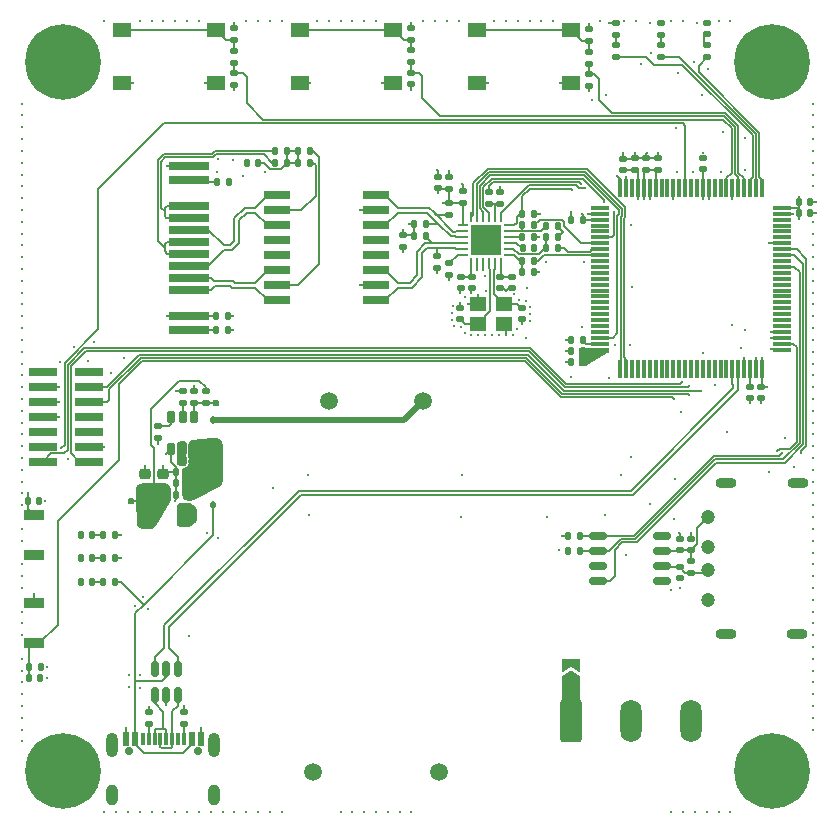
<source format=gbr>
%TF.GenerationSoftware,KiCad,Pcbnew,8.0.3-8.0.3-0~ubuntu22.04.1*%
%TF.CreationDate,2024-07-03T11:37:09+02:00*%
%TF.ProjectId,FabOS_MB,4661624f-535f-44d4-922e-6b696361645f,rev?*%
%TF.SameCoordinates,Original*%
%TF.FileFunction,Copper,L1,Top*%
%TF.FilePolarity,Positive*%
%FSLAX46Y46*%
G04 Gerber Fmt 4.6, Leading zero omitted, Abs format (unit mm)*
G04 Created by KiCad (PCBNEW 8.0.3-8.0.3-0~ubuntu22.04.1) date 2024-07-03 11:37:09*
%MOMM*%
%LPD*%
G01*
G04 APERTURE LIST*
G04 Aperture macros list*
%AMRoundRect*
0 Rectangle with rounded corners*
0 $1 Rounding radius*
0 $2 $3 $4 $5 $6 $7 $8 $9 X,Y pos of 4 corners*
0 Add a 4 corners polygon primitive as box body*
4,1,4,$2,$3,$4,$5,$6,$7,$8,$9,$2,$3,0*
0 Add four circle primitives for the rounded corners*
1,1,$1+$1,$2,$3*
1,1,$1+$1,$4,$5*
1,1,$1+$1,$6,$7*
1,1,$1+$1,$8,$9*
0 Add four rect primitives between the rounded corners*
20,1,$1+$1,$2,$3,$4,$5,0*
20,1,$1+$1,$4,$5,$6,$7,0*
20,1,$1+$1,$6,$7,$8,$9,0*
20,1,$1+$1,$8,$9,$2,$3,0*%
%AMFreePoly0*
4,1,6,1.000000,0.000000,0.500000,-0.750000,-0.500000,-0.750000,-0.500000,0.750000,0.500000,0.750000,1.000000,0.000000,1.000000,0.000000,$1*%
%AMFreePoly1*
4,1,6,0.500000,-0.750000,-0.650000,-0.750000,-0.150000,0.000000,-0.650000,0.750000,0.500000,0.750000,0.500000,-0.750000,0.500000,-0.750000,$1*%
G04 Aperture macros list end*
%TA.AperFunction,SMDPad,CuDef*%
%ADD10R,2.250000X0.750000*%
%TD*%
%TA.AperFunction,SMDPad,CuDef*%
%ADD11RoundRect,0.140000X-0.170000X0.140000X-0.170000X-0.140000X0.170000X-0.140000X0.170000X0.140000X0*%
%TD*%
%TA.AperFunction,SMDPad,CuDef*%
%ADD12RoundRect,0.140000X0.140000X0.170000X-0.140000X0.170000X-0.140000X-0.170000X0.140000X-0.170000X0*%
%TD*%
%TA.AperFunction,SMDPad,CuDef*%
%ADD13RoundRect,0.140000X0.170000X-0.140000X0.170000X0.140000X-0.170000X0.140000X-0.170000X-0.140000X0*%
%TD*%
%TA.AperFunction,SMDPad,CuDef*%
%ADD14RoundRect,0.135000X0.135000X0.185000X-0.135000X0.185000X-0.135000X-0.185000X0.135000X-0.185000X0*%
%TD*%
%TA.AperFunction,SMDPad,CuDef*%
%ADD15RoundRect,0.147500X-0.147500X-0.172500X0.147500X-0.172500X0.147500X0.172500X-0.147500X0.172500X0*%
%TD*%
%TA.AperFunction,SMDPad,CuDef*%
%ADD16RoundRect,0.135000X0.185000X-0.135000X0.185000X0.135000X-0.185000X0.135000X-0.185000X-0.135000X0*%
%TD*%
%TA.AperFunction,SMDPad,CuDef*%
%ADD17RoundRect,0.135000X-0.135000X-0.185000X0.135000X-0.185000X0.135000X0.185000X-0.135000X0.185000X0*%
%TD*%
%TA.AperFunction,SMDPad,CuDef*%
%ADD18RoundRect,0.112500X0.112500X-0.187500X0.112500X0.187500X-0.112500X0.187500X-0.112500X-0.187500X0*%
%TD*%
%TA.AperFunction,SMDPad,CuDef*%
%ADD19RoundRect,0.150000X0.150000X-0.400000X0.150000X0.400000X-0.150000X0.400000X-0.150000X-0.400000X0*%
%TD*%
%TA.AperFunction,SMDPad,CuDef*%
%ADD20RoundRect,0.135000X-0.185000X0.135000X-0.185000X-0.135000X0.185000X-0.135000X0.185000X0.135000X0*%
%TD*%
%TA.AperFunction,SMDPad,CuDef*%
%ADD21FreePoly0,90.000000*%
%TD*%
%TA.AperFunction,SMDPad,CuDef*%
%ADD22FreePoly1,90.000000*%
%TD*%
%TA.AperFunction,SMDPad,CuDef*%
%ADD23RoundRect,0.152400X-0.609600X0.152400X-0.609600X-0.152400X0.609600X-0.152400X0.609600X0.152400X0*%
%TD*%
%TA.AperFunction,SMDPad,CuDef*%
%ADD24RoundRect,0.147500X-0.172500X0.147500X-0.172500X-0.147500X0.172500X-0.147500X0.172500X0.147500X0*%
%TD*%
%TA.AperFunction,SMDPad,CuDef*%
%ADD25R,1.550000X1.300000*%
%TD*%
%TA.AperFunction,SMDPad,CuDef*%
%ADD26RoundRect,0.140000X-0.140000X-0.170000X0.140000X-0.170000X0.140000X0.170000X-0.140000X0.170000X0*%
%TD*%
%TA.AperFunction,ComponentPad*%
%ADD27RoundRect,0.250000X-0.650000X-1.550000X0.650000X-1.550000X0.650000X1.550000X-0.650000X1.550000X0*%
%TD*%
%TA.AperFunction,ComponentPad*%
%ADD28O,1.800000X3.600000*%
%TD*%
%TA.AperFunction,ComponentPad*%
%ADD29C,0.800000*%
%TD*%
%TA.AperFunction,ComponentPad*%
%ADD30C,6.400000*%
%TD*%
%TA.AperFunction,ComponentPad*%
%ADD31C,1.200000*%
%TD*%
%TA.AperFunction,ComponentPad*%
%ADD32O,1.800000X0.900000*%
%TD*%
%TA.AperFunction,ComponentPad*%
%ADD33C,1.500000*%
%TD*%
%TA.AperFunction,SMDPad,CuDef*%
%ADD34R,3.500000X0.700000*%
%TD*%
%TA.AperFunction,SMDPad,CuDef*%
%ADD35R,3.500000X0.800000*%
%TD*%
%TA.AperFunction,SMDPad,CuDef*%
%ADD36RoundRect,0.150000X0.150000X-0.512500X0.150000X0.512500X-0.150000X0.512500X-0.150000X-0.512500X0*%
%TD*%
%TA.AperFunction,SMDPad,CuDef*%
%ADD37R,1.400000X1.200000*%
%TD*%
%TA.AperFunction,SMDPad,CuDef*%
%ADD38RoundRect,0.250000X-0.275000X-0.700000X0.275000X-0.700000X0.275000X0.700000X-0.275000X0.700000X0*%
%TD*%
%TA.AperFunction,SMDPad,CuDef*%
%ADD39R,0.600000X1.150000*%
%TD*%
%TA.AperFunction,ComponentPad*%
%ADD40C,0.700000*%
%TD*%
%TA.AperFunction,SMDPad,CuDef*%
%ADD41R,0.309000X1.140000*%
%TD*%
%TA.AperFunction,ComponentPad*%
%ADD42O,1.000000X2.100000*%
%TD*%
%TA.AperFunction,ComponentPad*%
%ADD43O,1.000000X1.800000*%
%TD*%
%TA.AperFunction,SMDPad,CuDef*%
%ADD44R,1.700000X0.900000*%
%TD*%
%TA.AperFunction,SMDPad,CuDef*%
%ADD45RoundRect,0.225000X0.250000X-0.225000X0.250000X0.225000X-0.250000X0.225000X-0.250000X-0.225000X0*%
%TD*%
%TA.AperFunction,SMDPad,CuDef*%
%ADD46RoundRect,0.112500X-0.112500X0.187500X-0.112500X-0.187500X0.112500X-0.187500X0.112500X0.187500X0*%
%TD*%
%TA.AperFunction,SMDPad,CuDef*%
%ADD47RoundRect,0.062500X0.062500X-0.375000X0.062500X0.375000X-0.062500X0.375000X-0.062500X-0.375000X0*%
%TD*%
%TA.AperFunction,SMDPad,CuDef*%
%ADD48RoundRect,0.062500X0.375000X-0.062500X0.375000X0.062500X-0.375000X0.062500X-0.375000X-0.062500X0*%
%TD*%
%TA.AperFunction,HeatsinkPad*%
%ADD49C,0.500000*%
%TD*%
%TA.AperFunction,HeatsinkPad*%
%ADD50R,2.500000X2.500000*%
%TD*%
%TA.AperFunction,SMDPad,CuDef*%
%ADD51R,2.400000X0.740000*%
%TD*%
%TA.AperFunction,SMDPad,CuDef*%
%ADD52RoundRect,0.075000X-0.075000X0.725000X-0.075000X-0.725000X0.075000X-0.725000X0.075000X0.725000X0*%
%TD*%
%TA.AperFunction,SMDPad,CuDef*%
%ADD53RoundRect,0.075000X-0.725000X0.075000X-0.725000X-0.075000X0.725000X-0.075000X0.725000X0.075000X0*%
%TD*%
%TA.AperFunction,ViaPad*%
%ADD54C,0.300000*%
%TD*%
%TA.AperFunction,Conductor*%
%ADD55C,0.150000*%
%TD*%
%TA.AperFunction,Conductor*%
%ADD56C,1.500000*%
%TD*%
%TA.AperFunction,Conductor*%
%ADD57C,0.500000*%
%TD*%
%TA.AperFunction,Conductor*%
%ADD58C,0.200000*%
%TD*%
G04 APERTURE END LIST*
D10*
%TO.P,U302,1,TD+*%
%TO.N,/ethernet/TD+*%
X126500000Y-120145000D03*
%TO.P,U302,2,TCT*%
%TO.N,/ethernet/CT*%
X126500000Y-118875000D03*
%TO.P,U302,3,TD-*%
%TO.N,/ethernet/TD-*%
X126500000Y-117605000D03*
%TO.P,U302,4*%
%TO.N,N/C*%
X126500000Y-116335000D03*
%TO.P,U302,5*%
X126500000Y-115065000D03*
%TO.P,U302,6,RD+*%
%TO.N,/ethernet/RD+*%
X126500000Y-113795000D03*
%TO.P,U302,7,RCT*%
%TO.N,/ethernet/CT*%
X126500000Y-112525000D03*
%TO.P,U302,8,RD-*%
%TO.N,/ethernet/RD-*%
X126500000Y-111255000D03*
%TO.P,U302,9,RX-*%
%TO.N,/ethernet/RX-*%
X118100000Y-111255000D03*
%TO.P,U302,10,RXCT*%
%TO.N,/ethernet/RXCT*%
X118100000Y-112525000D03*
%TO.P,U302,11,RX+*%
%TO.N,/ethernet/RX+*%
X118100000Y-113795000D03*
%TO.P,U302,12*%
%TO.N,N/C*%
X118100000Y-115065000D03*
%TO.P,U302,13*%
X118100000Y-116335000D03*
%TO.P,U302,14,TX-*%
%TO.N,/ethernet/TX-*%
X118100000Y-117605000D03*
%TO.P,U302,15,TXCT*%
%TO.N,/ethernet/TXCT*%
X118100000Y-118875000D03*
%TO.P,U302,16,TX+*%
%TO.N,/ethernet/TX+*%
X118100000Y-120145000D03*
%TD*%
D11*
%TO.P,C610,1*%
%TO.N,+3.3V*%
X159110000Y-127470000D03*
%TO.P,C610,2*%
%TO.N,GND*%
X159110000Y-128430000D03*
%TD*%
D12*
%TO.P,C503,1*%
%TO.N,/power/5V_max*%
X110555000Y-136600000D03*
%TO.P,C503,2*%
%TO.N,GND*%
X109595000Y-136600000D03*
%TD*%
D13*
%TO.P,C303,1*%
%TO.N,GND*%
X138820000Y-121760000D03*
%TO.P,C303,2*%
%TO.N,Net-(U301-XTAL1{slash}CLKIN)*%
X138820000Y-120800000D03*
%TD*%
D14*
%TO.P,R506,1*%
%TO.N,/5V_Flyback*%
X104410000Y-142000000D03*
%TO.P,R506,2*%
%TO.N,Net-(D505-A)*%
X103390000Y-142000000D03*
%TD*%
D15*
%TO.P,D505,1,K*%
%TO.N,GND*%
X101515000Y-142000000D03*
%TO.P,D505,2,A*%
%TO.N,Net-(D505-A)*%
X102485000Y-142000000D03*
%TD*%
D13*
%TO.P,C308,1*%
%TO.N,/ethernet/CT*%
X133870000Y-111870000D03*
%TO.P,C308,2*%
%TO.N,GND*%
X133870000Y-110910000D03*
%TD*%
D16*
%TO.P,R604,1*%
%TO.N,/STM32/BTN2*%
X129500000Y-100010000D03*
%TO.P,R604,2*%
%TO.N,Net-(R604-Pad2)*%
X129500000Y-98990000D03*
%TD*%
D17*
%TO.P,R308,1*%
%TO.N,Net-(U301-RXD1{slash}MODE1)*%
X138880000Y-117750000D03*
%TO.P,R308,2*%
%TO.N,+3.3V*%
X139900000Y-117750000D03*
%TD*%
D12*
%TO.P,C602,1*%
%TO.N,Net-(U601-VCAP_1)*%
X143980000Y-123500000D03*
%TO.P,C602,2*%
%TO.N,GND*%
X143020000Y-123500000D03*
%TD*%
D18*
%TO.P,D501,1,K*%
%TO.N,/power/5V_max*%
X112700000Y-132400000D03*
%TO.P,D501,2,A*%
%TO.N,/5V_Flyback*%
X112700000Y-130300000D03*
%TD*%
D16*
%TO.P,R608,1*%
%TO.N,/STM32/LED2*%
X150622000Y-99572000D03*
%TO.P,R608,2*%
%TO.N,Net-(D602-A)*%
X150622000Y-98552000D03*
%TD*%
D19*
%TO.P,U502,1,GND*%
%TO.N,GND*%
X109175000Y-132750000D03*
%TO.P,U502,2,SW*%
%TO.N,Net-(U502-SW)*%
X110125000Y-132750000D03*
%TO.P,U502,3,VIN*%
%TO.N,/power/5V_max*%
X111075000Y-132750000D03*
%TO.P,U502,4,VFB*%
%TO.N,Net-(U502-VFB)*%
X111075000Y-130050000D03*
%TO.P,U502,5,EN*%
%TO.N,Net-(U502-EN)*%
X110125000Y-130050000D03*
%TO.P,U502,6,VBST*%
%TO.N,Net-(U502-VBST)*%
X109175000Y-130050000D03*
%TD*%
D20*
%TO.P,R314,1*%
%TO.N,/ethernet/TD+*%
X131700000Y-116400000D03*
%TO.P,R314,2*%
%TO.N,/ethernet/CT*%
X131700000Y-117420000D03*
%TD*%
D11*
%TO.P,C603,1*%
%TO.N,Net-(U601-VCAP_2)*%
X158170000Y-127470000D03*
%TO.P,C603,2*%
%TO.N,GND*%
X158170000Y-128430000D03*
%TD*%
D21*
%TO.P,JP501,1,A*%
%TO.N,Earth*%
X143000000Y-152500000D03*
D22*
%TO.P,JP501,2,B*%
%TO.N,GND*%
X143000000Y-151050000D03*
%TD*%
D12*
%TO.P,C304,1*%
%TO.N,GND*%
X139860000Y-115750000D03*
%TO.P,C304,2*%
%TO.N,+3.3V*%
X138900000Y-115750000D03*
%TD*%
%TO.P,C617,1*%
%TO.N,+3.3V*%
X143980000Y-124450000D03*
%TO.P,C617,2*%
%TO.N,GND*%
X143020000Y-124450000D03*
%TD*%
D11*
%TO.P,C302,1*%
%TO.N,/ethernet/VDDCR*%
X137025000Y-118140000D03*
%TO.P,C302,2*%
%TO.N,GND*%
X137025000Y-119100000D03*
%TD*%
D16*
%TO.P,R610,1*%
%TO.N,/STM32/LED3*%
X146812000Y-99570000D03*
%TO.P,R610,2*%
%TO.N,Net-(D603-A)*%
X146812000Y-98550000D03*
%TD*%
D23*
%TO.P,U201,1,RxD*%
%TO.N,/USART1_RX*%
X145260000Y-140090000D03*
%TO.P,U201,2,EN*%
%TO.N,/LIN_EN*%
X145260000Y-141360000D03*
%TO.P,U201,3,NC*%
%TO.N,unconnected-(U201-NC-Pad3)*%
X145260000Y-142630000D03*
%TO.P,U201,4,TxD*%
%TO.N,/USART1_TX*%
X145260000Y-143900000D03*
%TO.P,U201,5,GND*%
%TO.N,GND*%
X150721000Y-143900000D03*
%TO.P,U201,6,LIN*%
%TO.N,/LIN/LIN*%
X150721000Y-142630000D03*
%TO.P,U201,7,VBB*%
%TO.N,/5V_Flyback*%
X150721000Y-141360000D03*
%TO.P,U201,8,NC*%
%TO.N,unconnected-(U201-NC-Pad8)*%
X150721000Y-140090000D03*
%TD*%
D14*
%TO.P,R304,1*%
%TO.N,+3.3V*%
X139910000Y-112810000D03*
%TO.P,R304,2*%
%TO.N,/ETH_MDI0*%
X138890000Y-112810000D03*
%TD*%
D17*
%TO.P,R322,1*%
%TO.N,Net-(J301-LED2-)*%
X112940000Y-122650000D03*
%TO.P,R322,2*%
%TO.N,GND*%
X113960000Y-122650000D03*
%TD*%
D12*
%TO.P,C611,1*%
%TO.N,+3.3V*%
X143980000Y-113340000D03*
%TO.P,C611,2*%
%TO.N,GND*%
X143020000Y-113340000D03*
%TD*%
D11*
%TO.P,C616,1*%
%TO.N,/STM32/BTN3*%
X144500000Y-101020000D03*
%TO.P,C616,2*%
%TO.N,GND*%
X144500000Y-101980000D03*
%TD*%
D24*
%TO.P,D603,1,K*%
%TO.N,GND*%
X146812000Y-96685000D03*
%TO.P,D603,2,A*%
%TO.N,Net-(D603-A)*%
X146812000Y-97655000D03*
%TD*%
D20*
%TO.P,R609,1*%
%TO.N,+3.3V*%
X144500000Y-97190000D03*
%TO.P,R609,2*%
%TO.N,Net-(R607-Pad2)*%
X144500000Y-98210000D03*
%TD*%
D14*
%TO.P,R302,1*%
%TO.N,/ETH_RXD1*%
X139900000Y-116810000D03*
%TO.P,R302,2*%
%TO.N,Net-(U301-RXD1{slash}MODE1)*%
X138880000Y-116810000D03*
%TD*%
D11*
%TO.P,C504,1*%
%TO.N,Net-(U502-VBST)*%
X108075000Y-130820000D03*
%TO.P,C504,2*%
%TO.N,Net-(U502-SW)*%
X108075000Y-131780000D03*
%TD*%
D20*
%TO.P,R605,1*%
%TO.N,+3.3V*%
X129500000Y-97080000D03*
%TO.P,R605,2*%
%TO.N,Net-(R604-Pad2)*%
X129500000Y-98100000D03*
%TD*%
D13*
%TO.P,C307,1*%
%TO.N,/ethernet/CT*%
X131770000Y-110660000D03*
%TO.P,C307,2*%
%TO.N,GND*%
X131770000Y-109700000D03*
%TD*%
D14*
%TO.P,R310,1*%
%TO.N,GND*%
X139900000Y-114800000D03*
%TO.P,R310,2*%
%TO.N,Net-(U301-RXER{slash}PHYAD0)*%
X138880000Y-114800000D03*
%TD*%
D16*
%TO.P,R602,1*%
%TO.N,/STM32/BTN1*%
X114500000Y-100020000D03*
%TO.P,R602,2*%
%TO.N,Net-(R602-Pad2)*%
X114500000Y-99000000D03*
%TD*%
%TO.P,R313,1*%
%TO.N,/ethernet/RD-*%
X132700000Y-112900000D03*
%TO.P,R313,2*%
%TO.N,/ethernet/CT*%
X132700000Y-111880000D03*
%TD*%
D25*
%TO.P,SW605,1,1*%
%TO.N,GND*%
X142975000Y-101750000D03*
X135025000Y-101750000D03*
%TO.P,SW605,2,2*%
%TO.N,Net-(R607-Pad2)*%
X142975000Y-97250000D03*
X135025000Y-97250000D03*
%TD*%
D16*
%TO.P,R607,1*%
%TO.N,/STM32/BTN3*%
X144500000Y-100110000D03*
%TO.P,R607,2*%
%TO.N,Net-(R607-Pad2)*%
X144500000Y-99090000D03*
%TD*%
D12*
%TO.P,C613,1*%
%TO.N,+3.3V*%
X143980000Y-125400000D03*
%TO.P,C613,2*%
%TO.N,GND*%
X143020000Y-125400000D03*
%TD*%
D17*
%TO.P,R202,1*%
%TO.N,+3.3V*%
X142790000Y-140090000D03*
%TO.P,R202,2*%
%TO.N,/USART1_RX*%
X143810000Y-140090000D03*
%TD*%
D20*
%TO.P,R603,1*%
%TO.N,+3.3V*%
X114500000Y-97090000D03*
%TO.P,R603,2*%
%TO.N,Net-(R602-Pad2)*%
X114500000Y-98110000D03*
%TD*%
D16*
%TO.P,R501,1*%
%TO.N,Net-(U502-EN)*%
X110125000Y-128860000D03*
%TO.P,R501,2*%
%TO.N,/power/5V_max*%
X110125000Y-127840000D03*
%TD*%
D26*
%TO.P,C609,1*%
%TO.N,+3.3V*%
X162320000Y-112780000D03*
%TO.P,C609,2*%
%TO.N,GND*%
X163280000Y-112780000D03*
%TD*%
D24*
%TO.P,D601,1,K*%
%TO.N,GND*%
X154559000Y-96670000D03*
%TO.P,D601,2,A*%
%TO.N,Net-(D601-A)*%
X154559000Y-97640000D03*
%TD*%
%TO.P,FB301,1*%
%TO.N,+3.3V*%
X132700000Y-109715000D03*
%TO.P,FB301,2*%
%TO.N,/ethernet/CT*%
X132700000Y-110685000D03*
%TD*%
D16*
%TO.P,R402,1*%
%TO.N,Net-(J401-CC2)*%
X110250000Y-156010000D03*
%TO.P,R402,2*%
%TO.N,GND*%
X110250000Y-154990000D03*
%TD*%
D20*
%TO.P,R306,1*%
%TO.N,+3.3V*%
X137030000Y-110960000D03*
%TO.P,R306,2*%
%TO.N,Net-(U301-~{INT}{slash}REFCLKO)*%
X137030000Y-111980000D03*
%TD*%
D14*
%TO.P,R201,1*%
%TO.N,/LIN_EN*%
X143810000Y-141360000D03*
%TO.P,R201,2*%
%TO.N,GND*%
X142790000Y-141360000D03*
%TD*%
D27*
%TO.P,e501,1,Pin_1*%
%TO.N,Earth*%
X143000000Y-155800000D03*
D28*
%TO.P,e501,2,Pin_2*%
%TO.N,N*%
X148080000Y-155800000D03*
%TO.P,e501,3,Pin_3*%
%TO.N,L*%
X153160000Y-155800000D03*
%TD*%
D16*
%TO.P,R503,1*%
%TO.N,Net-(U502-VFB)*%
X112075000Y-128860000D03*
%TO.P,R503,2*%
%TO.N,+3.3V*%
X112075000Y-127840000D03*
%TD*%
D26*
%TO.P,C618,1*%
%TO.N,+3.3V*%
X162320000Y-111860000D03*
%TO.P,C618,2*%
%TO.N,GND*%
X163280000Y-111860000D03*
%TD*%
D29*
%TO.P,H102,1,1*%
%TO.N,GND*%
X157600000Y-100000000D03*
X158302944Y-98302944D03*
X158302944Y-101697056D03*
X160000000Y-97600000D03*
D30*
X160000000Y-100000000D03*
D29*
X160000000Y-102400000D03*
X161697056Y-98302944D03*
X161697056Y-101697056D03*
X162400000Y-100000000D03*
%TD*%
D16*
%TO.P,R502,1*%
%TO.N,Net-(U502-VFB)*%
X111125000Y-128860000D03*
%TO.P,R502,2*%
%TO.N,GND*%
X111125000Y-127840000D03*
%TD*%
D31*
%TO.P,J201,1,VBUS*%
%TO.N,/5V_Flyback*%
X154600000Y-138500000D03*
%TO.P,J201,2,D-*%
%TO.N,/ES*%
X154600000Y-141000000D03*
%TO.P,J201,3,D+*%
%TO.N,/LIN/LIN*%
X154600000Y-143000000D03*
%TO.P,J201,4,GND*%
%TO.N,GND*%
X154600000Y-145500000D03*
D32*
%TO.P,J201,GND*%
%TO.N,N/C*%
X156100000Y-148400000D03*
X162100000Y-148400000D03*
X156100000Y-135600000D03*
X162200000Y-135600000D03*
%TD*%
D13*
%TO.P,C201,1*%
%TO.N,/5V_Flyback*%
X153200000Y-141280000D03*
%TO.P,C201,2*%
%TO.N,GND*%
X153200000Y-140320000D03*
%TD*%
D14*
%TO.P,R303,1*%
%TO.N,/ETH_CRS_DV*%
X139910000Y-113750000D03*
%TO.P,R303,2*%
%TO.N,Net-(U301-CRS_DV{slash}MODE2)*%
X138890000Y-113750000D03*
%TD*%
D25*
%TO.P,SW604,1,1*%
%TO.N,GND*%
X127975000Y-101750000D03*
X120025000Y-101750000D03*
%TO.P,SW604,2,2*%
%TO.N,Net-(R604-Pad2)*%
X127975000Y-97250000D03*
X120025000Y-97250000D03*
%TD*%
D14*
%TO.P,R316,1*%
%TO.N,/ethernet/RXCT*%
X120910000Y-108500000D03*
%TO.P,R316,2*%
%TO.N,Net-(C312-Pad1)*%
X119890000Y-108500000D03*
%TD*%
D17*
%TO.P,R301,1*%
%TO.N,Net-(U301-RXD0{slash}MODE0)*%
X140890000Y-115750000D03*
%TO.P,R301,2*%
%TO.N,/ETH_RXD0*%
X141910000Y-115750000D03*
%TD*%
D11*
%TO.P,C612,1*%
%TO.N,/STM32/BTN2*%
X129500000Y-100890000D03*
%TO.P,C612,2*%
%TO.N,GND*%
X129500000Y-101850000D03*
%TD*%
D29*
%TO.P,H103,1,1*%
%TO.N,GND*%
X157600000Y-160000000D03*
X158302944Y-158302944D03*
X158302944Y-161697056D03*
X160000000Y-157600000D03*
D30*
X160000000Y-160000000D03*
D29*
X160000000Y-162400000D03*
X161697056Y-158302944D03*
X161697056Y-161697056D03*
X162400000Y-160000000D03*
%TD*%
D15*
%TO.P,D503,1,K*%
%TO.N,GND*%
X101515000Y-140000000D03*
%TO.P,D503,2,A*%
%TO.N,Net-(D503-A)*%
X102485000Y-140000000D03*
%TD*%
D13*
%TO.P,C604,1*%
%TO.N,+3.3V*%
X154200000Y-109070000D03*
%TO.P,C604,2*%
%TO.N,GND*%
X154200000Y-108110000D03*
%TD*%
D17*
%TO.P,R318,1*%
%TO.N,Net-(J301-Pad4)*%
X117980000Y-107500000D03*
%TO.P,R318,2*%
%TO.N,Net-(C312-Pad1)*%
X119000000Y-107500000D03*
%TD*%
D13*
%TO.P,C202,1*%
%TO.N,/5V_Flyback*%
X152200000Y-141280000D03*
%TO.P,C202,2*%
%TO.N,GND*%
X152200000Y-140320000D03*
%TD*%
D26*
%TO.P,C501,1*%
%TO.N,GND*%
X109595000Y-134700000D03*
%TO.P,C501,2*%
%TO.N,/power/5V_max*%
X110555000Y-134700000D03*
%TD*%
D33*
%TO.P,U501,1,N*%
%TO.N,N*%
X131850000Y-160100000D03*
%TO.P,U501,2,L*%
%TO.N,L*%
X121150000Y-160100000D03*
%TO.P,U501,4,V-*%
%TO.N,GND*%
X122500000Y-128700000D03*
%TO.P,U501,6,V+*%
%TO.N,/5V_Flyback*%
X130500000Y-128700000D03*
%TD*%
D14*
%TO.P,R504,1*%
%TO.N,+3.3V*%
X104400000Y-140000000D03*
%TO.P,R504,2*%
%TO.N,Net-(D503-A)*%
X103380000Y-140000000D03*
%TD*%
D34*
%TO.P,J301,1,TX+*%
%TO.N,/ethernet/TX+*%
X110700000Y-119270000D03*
%TO.P,J301,2,TX-*%
%TO.N,/ethernet/TX-*%
X110700000Y-118250000D03*
%TO.P,J301,3,RX+*%
%TO.N,/ethernet/RX+*%
X110700000Y-117230000D03*
%TO.P,J301,4*%
%TO.N,Net-(J301-Pad4)*%
X110700000Y-116210000D03*
%TO.P,J301,5*%
X110700000Y-115190000D03*
%TO.P,J301,6,RX-*%
%TO.N,/ethernet/RX-*%
X110700000Y-114170000D03*
%TO.P,J301,7*%
%TO.N,Net-(J301-Pad7)*%
X110700000Y-113150000D03*
%TO.P,J301,8*%
X110700000Y-112130000D03*
D35*
%TO.P,J301,9,LED1-*%
%TO.N,Net-(J301-LED1-)*%
X110700000Y-109960000D03*
%TO.P,J301,10,LED1+*%
%TO.N,/ethernet/LED1+*%
X110700000Y-108750000D03*
%TO.P,J301,11,LED2-*%
%TO.N,Net-(J301-LED2-)*%
X110700000Y-122650000D03*
%TO.P,J301,12,LED2+*%
%TO.N,/ethernet/LED2+*%
X110700000Y-121440000D03*
%TD*%
D17*
%TO.P,R320,1*%
%TO.N,Net-(J301-LED1-)*%
X113030000Y-110109000D03*
%TO.P,R320,2*%
%TO.N,GND*%
X114050000Y-110109000D03*
%TD*%
D29*
%TO.P,H104,1,1*%
%TO.N,GND*%
X97600000Y-160000000D03*
X98302944Y-158302944D03*
X98302944Y-161697056D03*
X100000000Y-157600000D03*
D30*
X100000000Y-160000000D03*
D29*
X100000000Y-162400000D03*
X101697056Y-158302944D03*
X101697056Y-161697056D03*
X102400000Y-160000000D03*
%TD*%
D11*
%TO.P,C306,1*%
%TO.N,/ethernet/CT*%
X128750000Y-114660000D03*
%TO.P,C306,2*%
%TO.N,GND*%
X128750000Y-115620000D03*
%TD*%
D36*
%TO.P,U401,1,I/O1*%
%TO.N,/USB_C/D-*%
X107800000Y-153600000D03*
%TO.P,U401,2,GND*%
%TO.N,GND*%
X108750000Y-153600000D03*
%TO.P,U401,3,I/O2*%
%TO.N,/USB_C/D+*%
X109700000Y-153600000D03*
%TO.P,U401,4,I/O2*%
%TO.N,/USB_D+*%
X109700000Y-151325000D03*
%TO.P,U401,5,VBUS*%
%TO.N,/5V_USB*%
X108750000Y-151325000D03*
%TO.P,U401,6,I/O1*%
%TO.N,/USB_D-*%
X107800000Y-151325000D03*
%TD*%
D37*
%TO.P,Y301,1,1*%
%TO.N,Net-(U301-XTAL1{slash}CLKIN)*%
X137320000Y-120430000D03*
%TO.P,Y301,2,2*%
%TO.N,GND*%
X135120000Y-120430000D03*
%TO.P,Y301,3,3*%
%TO.N,Net-(U301-XTAL2)*%
X135120000Y-122130000D03*
%TO.P,Y301,4,4*%
%TO.N,GND*%
X137320000Y-122130000D03*
%TD*%
D13*
%TO.P,C606,1*%
%TO.N,+3.3V*%
X150370000Y-109090000D03*
%TO.P,C606,2*%
%TO.N,GND*%
X150370000Y-108130000D03*
%TD*%
D25*
%TO.P,SW603,1,1*%
%TO.N,GND*%
X112975000Y-101750000D03*
X105025000Y-101750000D03*
%TO.P,SW603,2,2*%
%TO.N,Net-(R602-Pad2)*%
X112975000Y-97250000D03*
X105025000Y-97250000D03*
%TD*%
D11*
%TO.P,C309,1*%
%TO.N,/ethernet/CT*%
X134630000Y-118140000D03*
%TO.P,C309,2*%
%TO.N,GND*%
X134630000Y-119100000D03*
%TD*%
D38*
%TO.P,L501,1,1*%
%TO.N,+3.3V*%
X107050000Y-138300000D03*
%TO.P,L501,2,2*%
%TO.N,Net-(U502-SW)*%
X110200000Y-138300000D03*
%TD*%
D39*
%TO.P,J401,A1,GND*%
%TO.N,GND*%
X105300000Y-157255000D03*
D40*
X105610000Y-158320000D03*
X111390000Y-158320000D03*
D39*
X111700000Y-157255000D03*
%TO.P,J401,A4,VBUS*%
%TO.N,/5V_USB*%
X106100000Y-157255000D03*
X110900000Y-157255000D03*
D41*
%TO.P,J401,A5,CC1*%
%TO.N,Net-(J401-CC1)*%
X107250000Y-157255000D03*
%TO.P,J401,A6,D+*%
%TO.N,/USB_C/D+*%
X108250000Y-157255000D03*
%TO.P,J401,A7,D-*%
%TO.N,/USB_C/D-*%
X108750000Y-157255000D03*
%TO.P,J401,A8,SBU1*%
%TO.N,unconnected-(J401-SBU1-PadA8)*%
X109750000Y-157255000D03*
%TO.P,J401,B5,CC2*%
%TO.N,Net-(J401-CC2)*%
X110250000Y-157255000D03*
%TO.P,J401,B6,D+*%
%TO.N,/USB_C/D+*%
X109250000Y-157255000D03*
%TO.P,J401,B7,D-*%
%TO.N,/USB_C/D-*%
X107750000Y-157255000D03*
%TO.P,J401,B8,SBU2*%
%TO.N,unconnected-(J401-SBU2-PadB8)*%
X106750000Y-157255000D03*
D42*
%TO.P,J401,S1,SHIELD*%
%TO.N,GND*%
X104180000Y-157820000D03*
D43*
X104180000Y-162000000D03*
D42*
X112820000Y-157820000D03*
D43*
X112820000Y-162000000D03*
%TD*%
D17*
%TO.P,R309,1*%
%TO.N,Net-(U301-CRS_DV{slash}MODE2)*%
X140890000Y-113830000D03*
%TO.P,R309,2*%
%TO.N,+3.3V*%
X141910000Y-113830000D03*
%TD*%
D16*
%TO.P,R401,1*%
%TO.N,Net-(J401-CC1)*%
X107250000Y-156010000D03*
%TO.P,R401,2*%
%TO.N,GND*%
X107250000Y-154990000D03*
%TD*%
D17*
%TO.P,R321,1*%
%TO.N,/ethernet/LED2+*%
X112950000Y-121440000D03*
%TO.P,R321,2*%
%TO.N,GND*%
X113970000Y-121440000D03*
%TD*%
D13*
%TO.P,C310,1*%
%TO.N,GND*%
X133660000Y-119100000D03*
%TO.P,C310,2*%
%TO.N,/ethernet/CT*%
X133660000Y-118140000D03*
%TD*%
D12*
%TO.P,C312,1*%
%TO.N,Net-(C312-Pad1)*%
X116500000Y-108500000D03*
%TO.P,C312,2*%
%TO.N,GND*%
X115540000Y-108500000D03*
%TD*%
D20*
%TO.P,R305,1*%
%TO.N,/ETH_REF_CLK*%
X136090000Y-110960000D03*
%TO.P,R305,2*%
%TO.N,Net-(U301-~{INT}{slash}REFCLKO)*%
X136090000Y-111980000D03*
%TD*%
D44*
%TO.P,SW602,1,1*%
%TO.N,GND*%
X97500000Y-141700000D03*
%TO.P,SW602,2,2*%
%TO.N,/STM32/NRST*%
X97500000Y-138300000D03*
%TD*%
D29*
%TO.P,H101,1,1*%
%TO.N,GND*%
X97600000Y-100000000D03*
X98302944Y-98302944D03*
X98302944Y-101697056D03*
X100000000Y-97600000D03*
D30*
X100000000Y-100000000D03*
D29*
X100000000Y-102400000D03*
X101697056Y-98302944D03*
X101697056Y-101697056D03*
X102400000Y-100000000D03*
%TD*%
D14*
%TO.P,R317,1*%
%TO.N,/ethernet/TXCT*%
X120900000Y-107500000D03*
%TO.P,R317,2*%
%TO.N,Net-(C312-Pad1)*%
X119880000Y-107500000D03*
%TD*%
D45*
%TO.P,C505,1*%
%TO.N,+3.3V*%
X108425000Y-136375000D03*
%TO.P,C505,2*%
%TO.N,GND*%
X108425000Y-134825000D03*
%TD*%
D14*
%TO.P,R505,1*%
%TO.N,/5V_USB*%
X104400000Y-144000000D03*
%TO.P,R505,2*%
%TO.N,Net-(D504-A)*%
X103380000Y-144000000D03*
%TD*%
D11*
%TO.P,C608,1*%
%TO.N,/STM32/BTN1*%
X114500000Y-100920000D03*
%TO.P,C608,2*%
%TO.N,GND*%
X114500000Y-101880000D03*
%TD*%
D46*
%TO.P,D502,1,K*%
%TO.N,/power/5V_max*%
X112700000Y-135350000D03*
%TO.P,D502,2,A*%
%TO.N,/5V_USB*%
X112700000Y-137450000D03*
%TD*%
D12*
%TO.P,C601,1*%
%TO.N,GND*%
X98080000Y-152150000D03*
%TO.P,C601,2*%
%TO.N,Net-(U601-BOOT0)*%
X97120000Y-152150000D03*
%TD*%
D47*
%TO.P,U301,1,VDD2A*%
%TO.N,/ethernet/CT*%
X134580000Y-116967500D03*
%TO.P,U301,2,LED2/~{INTSEL}*%
%TO.N,/ethernet/LED2+*%
X135080000Y-116967500D03*
%TO.P,U301,3,LED1/REGOFF*%
%TO.N,/ethernet/LED1+*%
X135580000Y-116967500D03*
%TO.P,U301,4,XTAL2*%
%TO.N,Net-(U301-XTAL2)*%
X136080000Y-116967500D03*
%TO.P,U301,5,XTAL1/CLKIN*%
%TO.N,Net-(U301-XTAL1{slash}CLKIN)*%
X136580000Y-116967500D03*
%TO.P,U301,6,VDDCR*%
%TO.N,/ethernet/VDDCR*%
X137080000Y-116967500D03*
D48*
%TO.P,U301,7,RXD1/MODE1*%
%TO.N,Net-(U301-RXD1{slash}MODE1)*%
X137767500Y-116280000D03*
%TO.P,U301,8,RXD0/MODE0*%
%TO.N,Net-(U301-RXD0{slash}MODE0)*%
X137767500Y-115780000D03*
%TO.P,U301,9,VDDIO*%
%TO.N,+3.3V*%
X137767500Y-115280000D03*
%TO.P,U301,10,RXER/PHYAD0*%
%TO.N,Net-(U301-RXER{slash}PHYAD0)*%
X137767500Y-114780000D03*
%TO.P,U301,11,CRS_DV/MODE2*%
%TO.N,Net-(U301-CRS_DV{slash}MODE2)*%
X137767500Y-114280000D03*
%TO.P,U301,12,MDIO*%
%TO.N,/ETH_MDI0*%
X137767500Y-113780000D03*
D47*
%TO.P,U301,13,MDC*%
%TO.N,/ETH_MDC*%
X137080000Y-113092500D03*
%TO.P,U301,14,~{INT}/REFCLKO*%
%TO.N,Net-(U301-~{INT}{slash}REFCLKO)*%
X136580000Y-113092500D03*
%TO.P,U301,15,~{RST}*%
%TO.N,/NRST_ETH*%
X136080000Y-113092500D03*
%TO.P,U301,16,TXEN*%
%TO.N,/ETH_TX_EN*%
X135580000Y-113092500D03*
%TO.P,U301,17,TXD0*%
%TO.N,/ETH_TXD0*%
X135080000Y-113092500D03*
%TO.P,U301,18,TXD1*%
%TO.N,/ETH_TXD1*%
X134580000Y-113092500D03*
D48*
%TO.P,U301,19,VDD1A*%
%TO.N,/ethernet/CT*%
X133892500Y-113780000D03*
%TO.P,U301,20,TXN*%
%TO.N,/ethernet/RD-*%
X133892500Y-114280000D03*
%TO.P,U301,21,TXP*%
%TO.N,/ethernet/RD+*%
X133892500Y-114780000D03*
%TO.P,U301,22,RXN*%
%TO.N,/ethernet/TD-*%
X133892500Y-115280000D03*
%TO.P,U301,23,RXP*%
%TO.N,/ethernet/TD+*%
X133892500Y-115780000D03*
%TO.P,U301,24,RBIAS*%
%TO.N,Net-(U301-RBIAS)*%
X133892500Y-116280000D03*
D49*
%TO.P,U301,25,VSS*%
%TO.N,GND*%
X134830000Y-116030000D03*
X135830000Y-116030000D03*
X136830000Y-116030000D03*
X134830000Y-115030000D03*
X135830000Y-115030000D03*
D50*
X135830000Y-115030000D03*
D49*
X136830000Y-115030000D03*
X134830000Y-114030000D03*
X135830000Y-114030000D03*
X136830000Y-114030000D03*
%TD*%
D13*
%TO.P,C614,1*%
%TO.N,+3.3V*%
X147400000Y-109110000D03*
%TO.P,C614,2*%
%TO.N,GND*%
X147400000Y-108150000D03*
%TD*%
D11*
%TO.P,C203,1*%
%TO.N,/LIN/LIN*%
X152200000Y-142700000D03*
%TO.P,C203,2*%
%TO.N,GND*%
X152200000Y-143660000D03*
%TD*%
D45*
%TO.P,C506,1*%
%TO.N,+3.3V*%
X106925000Y-136375000D03*
%TO.P,C506,2*%
%TO.N,GND*%
X106925000Y-134825000D03*
%TD*%
D26*
%TO.P,C605,1*%
%TO.N,/STM32/NRST*%
X97020000Y-137100000D03*
%TO.P,C605,2*%
%TO.N,GND*%
X97980000Y-137100000D03*
%TD*%
D13*
%TO.P,C615,1*%
%TO.N,+3.3V*%
X148400000Y-109100000D03*
%TO.P,C615,2*%
%TO.N,GND*%
X148400000Y-108140000D03*
%TD*%
D51*
%TO.P,J601,1,NC*%
%TO.N,unconnected-(J601-NC-Pad1)*%
X98300000Y-126190000D03*
%TO.P,J601,2,NC*%
%TO.N,unconnected-(J601-NC-Pad2)*%
X102200000Y-126190000D03*
%TO.P,J601,3,VCC*%
%TO.N,+3.3V*%
X98300000Y-127460000D03*
%TO.P,J601,4,JTMS/SWDIO*%
%TO.N,/STM32/SWDIO*%
X102200000Y-127460000D03*
%TO.P,J601,5,GND*%
%TO.N,GND*%
X98300000Y-128730000D03*
%TO.P,J601,6,JCLK/SWCLK*%
%TO.N,/STM32/SWCLK*%
X102200000Y-128730000D03*
%TO.P,J601,7,GND*%
%TO.N,GND*%
X98300000Y-130000000D03*
%TO.P,J601,8,JTDO/SWO*%
%TO.N,unconnected-(J601-JTDO{slash}SWO-Pad8)*%
X102200000Y-130000000D03*
%TO.P,J601,9,JRCLK/NC*%
%TO.N,unconnected-(J601-JRCLK{slash}NC-Pad9)*%
X98300000Y-131270000D03*
%TO.P,J601,10,JTDI/NC*%
%TO.N,unconnected-(J601-JTDI{slash}NC-Pad10)*%
X102200000Y-131270000D03*
%TO.P,J601,11,GNDDetect*%
%TO.N,GND*%
X98300000Y-132540000D03*
%TO.P,J601,12,~{RST}*%
%TO.N,/STM32/NRST*%
X102200000Y-132540000D03*
%TO.P,J601,13,VCP_RX*%
%TO.N,/STM32/VCP_RX*%
X98300000Y-133810000D03*
%TO.P,J601,14,VCP_TX*%
%TO.N,/STM32/VCP_TX*%
X102200000Y-133810000D03*
%TD*%
D17*
%TO.P,R601,1*%
%TO.N,Net-(U601-BOOT0)*%
X97090000Y-151200000D03*
%TO.P,R601,2*%
%TO.N,GND*%
X98110000Y-151200000D03*
%TD*%
D20*
%TO.P,R312,1*%
%TO.N,Net-(U301-RBIAS)*%
X132700000Y-117020000D03*
%TO.P,R312,2*%
%TO.N,GND*%
X132700000Y-118040000D03*
%TD*%
D17*
%TO.P,R307,1*%
%TO.N,Net-(U301-RXD0{slash}MODE0)*%
X140890000Y-114800000D03*
%TO.P,R307,2*%
%TO.N,+3.3V*%
X141910000Y-114800000D03*
%TD*%
D16*
%TO.P,R606,1*%
%TO.N,/STM32/LED1*%
X154559000Y-99568000D03*
%TO.P,R606,2*%
%TO.N,Net-(D601-A)*%
X154559000Y-98548000D03*
%TD*%
D24*
%TO.P,D602,1,K*%
%TO.N,GND*%
X150622000Y-96687000D03*
%TO.P,D602,2,A*%
%TO.N,Net-(D602-A)*%
X150622000Y-97657000D03*
%TD*%
D17*
%TO.P,R311,1*%
%TO.N,/ethernet/CT*%
X129680000Y-113700000D03*
%TO.P,R311,2*%
%TO.N,/ethernet/RD+*%
X130700000Y-113700000D03*
%TD*%
D14*
%TO.P,R315,1*%
%TO.N,/ethernet/TD-*%
X130700000Y-114700000D03*
%TO.P,R315,2*%
%TO.N,/ethernet/CT*%
X129680000Y-114700000D03*
%TD*%
D13*
%TO.P,C607,1*%
%TO.N,+3.3V*%
X149390000Y-109090000D03*
%TO.P,C607,2*%
%TO.N,GND*%
X149390000Y-108130000D03*
%TD*%
D52*
%TO.P,U601,1,PE2*%
%TO.N,/STM32/LED1*%
X159170000Y-110645000D03*
%TO.P,U601,2,PE3*%
%TO.N,/STM32/LED2*%
X158670000Y-110645000D03*
%TO.P,U601,3,PE4*%
%TO.N,/STM32/LED3*%
X158170000Y-110645000D03*
%TO.P,U601,4,PE5*%
%TO.N,/STM32/BTN3*%
X157670000Y-110645000D03*
%TO.P,U601,5,PE6*%
%TO.N,/STM32/BTN2*%
X157170000Y-110645000D03*
%TO.P,U601,6,VBAT*%
%TO.N,+3.3V*%
X156670000Y-110645000D03*
%TO.P,U601,7,PC13*%
%TO.N,/STM32/BTN1*%
X156170000Y-110645000D03*
%TO.P,U601,8,PC14*%
%TO.N,unconnected-(U601-PC14-Pad8)*%
X155670000Y-110645000D03*
%TO.P,U601,9,PC15*%
%TO.N,unconnected-(U601-PC15-Pad9)*%
X155170000Y-110645000D03*
%TO.P,U601,10,VSS*%
%TO.N,GND*%
X154670000Y-110645000D03*
%TO.P,U601,11,VDD*%
%TO.N,+3.3V*%
X154170000Y-110645000D03*
%TO.P,U601,12,PH0*%
%TO.N,unconnected-(U601-PH0-Pad12)*%
X153670000Y-110645000D03*
%TO.P,U601,13,PH1*%
%TO.N,unconnected-(U601-PH1-Pad13)*%
X153170000Y-110645000D03*
%TO.P,U601,14,NRST*%
%TO.N,/STM32/NRST*%
X152670000Y-110645000D03*
%TO.P,U601,15,PC0*%
%TO.N,unconnected-(U601-PC0-Pad15)*%
X152170000Y-110645000D03*
%TO.P,U601,16,PC1*%
%TO.N,/ETH_MDC*%
X151670000Y-110645000D03*
%TO.P,U601,17,PC2*%
%TO.N,unconnected-(U601-PC2-Pad17)*%
X151170000Y-110645000D03*
%TO.P,U601,18,PC3*%
%TO.N,unconnected-(U601-PC3-Pad18)*%
X150670000Y-110645000D03*
%TO.P,U601,19,VDD*%
%TO.N,+3.3V*%
X150170000Y-110645000D03*
%TO.P,U601,20,VSSA*%
%TO.N,GND*%
X149670000Y-110645000D03*
%TO.P,U601,21,VREF+*%
%TO.N,+3.3V*%
X149170000Y-110645000D03*
%TO.P,U601,22,VDDA*%
X148670000Y-110645000D03*
%TO.P,U601,23,PA0*%
%TO.N,unconnected-(U601-PA0-Pad23)*%
X148170000Y-110645000D03*
%TO.P,U601,24,PA1*%
%TO.N,/ETH_REF_CLK*%
X147670000Y-110645000D03*
%TO.P,U601,25,PA2*%
%TO.N,/ETH_MDI0*%
X147170000Y-110645000D03*
D53*
%TO.P,U601,26,PA3*%
%TO.N,unconnected-(U601-PA3-Pad26)*%
X145495000Y-112320000D03*
%TO.P,U601,27,VSS*%
%TO.N,GND*%
X145495000Y-112820000D03*
%TO.P,U601,28,VDD*%
%TO.N,+3.3V*%
X145495000Y-113320000D03*
%TO.P,U601,29,PA4*%
%TO.N,unconnected-(U601-PA4-Pad29)*%
X145495000Y-113820000D03*
%TO.P,U601,30,PA5*%
%TO.N,unconnected-(U601-PA5-Pad30)*%
X145495000Y-114320000D03*
%TO.P,U601,31,PA6*%
%TO.N,/NRST_ETH*%
X145495000Y-114820000D03*
%TO.P,U601,32,PA7*%
%TO.N,/ETH_CRS_DV*%
X145495000Y-115320000D03*
%TO.P,U601,33,PC4*%
%TO.N,/ETH_RXD0*%
X145495000Y-115820000D03*
%TO.P,U601,34,PC5*%
%TO.N,/ETH_RXD1*%
X145495000Y-116320000D03*
%TO.P,U601,35,PB0*%
%TO.N,unconnected-(U601-PB0-Pad35)*%
X145495000Y-116820000D03*
%TO.P,U601,36,PB1*%
%TO.N,unconnected-(U601-PB1-Pad36)*%
X145495000Y-117320000D03*
%TO.P,U601,37,PB2*%
%TO.N,unconnected-(U601-PB2-Pad37)*%
X145495000Y-117820000D03*
%TO.P,U601,38,PE7*%
%TO.N,unconnected-(U601-PE7-Pad38)*%
X145495000Y-118320000D03*
%TO.P,U601,39,PE8*%
%TO.N,unconnected-(U601-PE8-Pad39)*%
X145495000Y-118820000D03*
%TO.P,U601,40,PE9*%
%TO.N,unconnected-(U601-PE9-Pad40)*%
X145495000Y-119320000D03*
%TO.P,U601,41,PE10*%
%TO.N,unconnected-(U601-PE10-Pad41)*%
X145495000Y-119820000D03*
%TO.P,U601,42,PE11*%
%TO.N,unconnected-(U601-PE11-Pad42)*%
X145495000Y-120320000D03*
%TO.P,U601,43,PE12*%
%TO.N,unconnected-(U601-PE12-Pad43)*%
X145495000Y-120820000D03*
%TO.P,U601,44,PE13*%
%TO.N,unconnected-(U601-PE13-Pad44)*%
X145495000Y-121320000D03*
%TO.P,U601,45,PE14*%
%TO.N,unconnected-(U601-PE14-Pad45)*%
X145495000Y-121820000D03*
%TO.P,U601,46,PE15*%
%TO.N,unconnected-(U601-PE15-Pad46)*%
X145495000Y-122320000D03*
%TO.P,U601,47,PB10*%
%TO.N,unconnected-(U601-PB10-Pad47)*%
X145495000Y-122820000D03*
%TO.P,U601,48,PB11*%
%TO.N,/ETH_TX_EN*%
X145495000Y-123320000D03*
%TO.P,U601,49,VCAP_1*%
%TO.N,Net-(U601-VCAP_1)*%
X145495000Y-123820000D03*
%TO.P,U601,50,VDD*%
%TO.N,+3.3V*%
X145495000Y-124320000D03*
D52*
%TO.P,U601,51,PB12*%
%TO.N,/ETH_TXD0*%
X147170000Y-125995000D03*
%TO.P,U601,52,PB13*%
%TO.N,/ETH_TXD1*%
X147670000Y-125995000D03*
%TO.P,U601,53,PB14*%
%TO.N,unconnected-(U601-PB14-Pad53)*%
X148170000Y-125995000D03*
%TO.P,U601,54,PB15*%
%TO.N,unconnected-(U601-PB15-Pad54)*%
X148670000Y-125995000D03*
%TO.P,U601,55,PD8*%
%TO.N,unconnected-(U601-PD8-Pad55)*%
X149170000Y-125995000D03*
%TO.P,U601,56,PD9*%
%TO.N,unconnected-(U601-PD9-Pad56)*%
X149670000Y-125995000D03*
%TO.P,U601,57,PD10*%
%TO.N,unconnected-(U601-PD10-Pad57)*%
X150170000Y-125995000D03*
%TO.P,U601,58,PD11*%
%TO.N,unconnected-(U601-PD11-Pad58)*%
X150670000Y-125995000D03*
%TO.P,U601,59,PD12*%
%TO.N,unconnected-(U601-PD12-Pad59)*%
X151170000Y-125995000D03*
%TO.P,U601,60,PD13*%
%TO.N,unconnected-(U601-PD13-Pad60)*%
X151670000Y-125995000D03*
%TO.P,U601,61,PD14*%
%TO.N,unconnected-(U601-PD14-Pad61)*%
X152170000Y-125995000D03*
%TO.P,U601,62,PD15*%
%TO.N,unconnected-(U601-PD15-Pad62)*%
X152670000Y-125995000D03*
%TO.P,U601,63,PC6*%
%TO.N,unconnected-(U601-PC6-Pad63)*%
X153170000Y-125995000D03*
%TO.P,U601,64,PC7*%
%TO.N,unconnected-(U601-PC7-Pad64)*%
X153670000Y-125995000D03*
%TO.P,U601,65,PC8*%
%TO.N,unconnected-(U601-PC8-Pad65)*%
X154170000Y-125995000D03*
%TO.P,U601,66,PC9*%
%TO.N,unconnected-(U601-PC9-Pad66)*%
X154670000Y-125995000D03*
%TO.P,U601,67,PA8*%
%TO.N,unconnected-(U601-PA8-Pad67)*%
X155170000Y-125995000D03*
%TO.P,U601,68,PA9*%
%TO.N,unconnected-(U601-PA9-Pad68)*%
X155670000Y-125995000D03*
%TO.P,U601,69,PA10*%
%TO.N,unconnected-(U601-PA10-Pad69)*%
X156170000Y-125995000D03*
%TO.P,U601,70,PA11*%
%TO.N,/USB_D-*%
X156670000Y-125995000D03*
%TO.P,U601,71,PA12*%
%TO.N,/USB_D+*%
X157170000Y-125995000D03*
%TO.P,U601,72,PA13*%
%TO.N,/STM32/SWDIO*%
X157670000Y-125995000D03*
%TO.P,U601,73,VCAP_2*%
%TO.N,Net-(U601-VCAP_2)*%
X158170000Y-125995000D03*
%TO.P,U601,74,VSS*%
%TO.N,GND*%
X158670000Y-125995000D03*
%TO.P,U601,75,VDD*%
%TO.N,+3.3V*%
X159170000Y-125995000D03*
D53*
%TO.P,U601,76,PA14*%
%TO.N,/STM32/SWCLK*%
X160845000Y-124320000D03*
%TO.P,U601,77,PA15*%
%TO.N,/ES*%
X160845000Y-123820000D03*
%TO.P,U601,78,PC10*%
%TO.N,/STM32/VCP_TX*%
X160845000Y-123320000D03*
%TO.P,U601,79,PC11*%
%TO.N,/STM32/VCP_RX*%
X160845000Y-122820000D03*
%TO.P,U601,80,PC12*%
%TO.N,unconnected-(U601-PC12-Pad80)*%
X160845000Y-122320000D03*
%TO.P,U601,81,PD0*%
%TO.N,unconnected-(U601-PD0-Pad81)*%
X160845000Y-121820000D03*
%TO.P,U601,82,PD1*%
%TO.N,unconnected-(U601-PD1-Pad82)*%
X160845000Y-121320000D03*
%TO.P,U601,83,PD2*%
%TO.N,unconnected-(U601-PD2-Pad83)*%
X160845000Y-120820000D03*
%TO.P,U601,84,PD3*%
%TO.N,unconnected-(U601-PD3-Pad84)*%
X160845000Y-120320000D03*
%TO.P,U601,85,PD4*%
%TO.N,unconnected-(U601-PD4-Pad85)*%
X160845000Y-119820000D03*
%TO.P,U601,86,PD5*%
%TO.N,unconnected-(U601-PD5-Pad86)*%
X160845000Y-119320000D03*
%TO.P,U601,87,PD6*%
%TO.N,unconnected-(U601-PD6-Pad87)*%
X160845000Y-118820000D03*
%TO.P,U601,88,PD7*%
%TO.N,unconnected-(U601-PD7-Pad88)*%
X160845000Y-118320000D03*
%TO.P,U601,89,PB3*%
%TO.N,unconnected-(U601-PB3-Pad89)*%
X160845000Y-117820000D03*
%TO.P,U601,90,PB4*%
%TO.N,/LIN_EN*%
X160845000Y-117320000D03*
%TO.P,U601,91,PB5*%
%TO.N,unconnected-(U601-PB5-Pad91)*%
X160845000Y-116820000D03*
%TO.P,U601,92,PB6*%
%TO.N,/USART1_TX*%
X160845000Y-116320000D03*
%TO.P,U601,93,PB7*%
%TO.N,/USART1_RX*%
X160845000Y-115820000D03*
%TO.P,U601,94,BOOT0*%
%TO.N,Net-(U601-BOOT0)*%
X160845000Y-115320000D03*
%TO.P,U601,95,PB8*%
%TO.N,unconnected-(U601-PB8-Pad95)*%
X160845000Y-114820000D03*
%TO.P,U601,96,PB9*%
%TO.N,unconnected-(U601-PB9-Pad96)*%
X160845000Y-114320000D03*
%TO.P,U601,97,PE0*%
%TO.N,unconnected-(U601-PE0-Pad97)*%
X160845000Y-113820000D03*
%TO.P,U601,98,PE1*%
%TO.N,unconnected-(U601-PE1-Pad98)*%
X160845000Y-113320000D03*
%TO.P,U601,99,VSS*%
%TO.N,GND*%
X160845000Y-112820000D03*
%TO.P,U601,100,VDD*%
%TO.N,+3.3V*%
X160845000Y-112320000D03*
%TD*%
D44*
%TO.P,SW601,1,1*%
%TO.N,Net-(U601-BOOT0)*%
X97500000Y-149200000D03*
%TO.P,SW601,2,2*%
%TO.N,+3.3V*%
X97500000Y-145800000D03*
%TD*%
D12*
%TO.P,C502,1*%
%TO.N,/power/5V_max*%
X110555000Y-135650000D03*
%TO.P,C502,2*%
%TO.N,GND*%
X109595000Y-135650000D03*
%TD*%
D15*
%TO.P,D504,1,K*%
%TO.N,GND*%
X101515000Y-144000000D03*
%TO.P,D504,2,A*%
%TO.N,Net-(D504-A)*%
X102485000Y-144000000D03*
%TD*%
D13*
%TO.P,C301,1*%
%TO.N,GND*%
X137995000Y-119100000D03*
%TO.P,C301,2*%
%TO.N,/ethernet/VDDCR*%
X137995000Y-118140000D03*
%TD*%
D20*
%TO.P,R203,1*%
%TO.N,/5V_Flyback*%
X153200000Y-142180000D03*
%TO.P,R203,2*%
%TO.N,/LIN/LIN*%
X153200000Y-143200000D03*
%TD*%
D17*
%TO.P,R319,1*%
%TO.N,Net-(J301-Pad7)*%
X117980000Y-108500000D03*
%TO.P,R319,2*%
%TO.N,Net-(C312-Pad1)*%
X119000000Y-108500000D03*
%TD*%
D11*
%TO.P,C305,1*%
%TO.N,GND*%
X133620000Y-120800000D03*
%TO.P,C305,2*%
%TO.N,Net-(U301-XTAL2)*%
X133620000Y-121760000D03*
%TD*%
D54*
%TO.N,GND*%
X154600000Y-100600000D03*
X96500000Y-127500000D03*
X96500000Y-105500000D03*
X163500000Y-142500000D03*
X132700000Y-118460000D03*
X163500000Y-127500000D03*
X152300000Y-129600000D03*
X148400000Y-107700000D03*
X155500000Y-163500000D03*
X98600000Y-151200000D03*
X98600000Y-152100000D03*
X113100000Y-108200000D03*
X163500000Y-131500000D03*
X133800000Y-110300000D03*
X138500000Y-96500000D03*
X161800000Y-112820000D03*
X147700000Y-141700000D03*
X135120000Y-119670000D03*
X163710000Y-111860000D03*
X106550000Y-151900000D03*
X102600000Y-123700000D03*
X163500000Y-135500000D03*
X131500000Y-96500000D03*
X159110000Y-128870000D03*
X122500000Y-96500000D03*
X112050000Y-101750000D03*
X163500000Y-133500000D03*
X141500000Y-96500000D03*
X145900000Y-138300000D03*
X96500000Y-112500000D03*
X96500000Y-154500000D03*
X163500000Y-121500000D03*
X96500000Y-117500000D03*
X96500000Y-137500000D03*
X152000000Y-109300000D03*
X113000000Y-109300000D03*
X123500000Y-96500000D03*
X139500000Y-121900000D03*
X163500000Y-122500000D03*
X148900000Y-100100000D03*
X154200000Y-107700000D03*
X153200000Y-139890000D03*
X157750000Y-106400000D03*
X114500000Y-163500000D03*
X152500000Y-163500000D03*
X135950000Y-101750000D03*
X123500000Y-163500000D03*
X104100000Y-126300000D03*
X163500000Y-139500000D03*
X96500000Y-152500000D03*
X105600000Y-151900000D03*
X163500000Y-143500000D03*
X156600000Y-122200000D03*
X133500000Y-96500000D03*
X146700000Y-123900000D03*
X163500000Y-140500000D03*
X145500000Y-96500000D03*
X96500000Y-118500000D03*
X155900000Y-105900000D03*
X133800000Y-134900000D03*
X155700000Y-109300000D03*
X127040000Y-101740000D03*
X96500000Y-104500000D03*
X151500000Y-144700000D03*
X117500000Y-96500000D03*
X127500000Y-163500000D03*
X148100000Y-133400000D03*
X140900000Y-116900000D03*
X96500000Y-134500000D03*
X96500000Y-156500000D03*
X157400000Y-124200000D03*
X96500000Y-115500000D03*
X163500000Y-155500000D03*
X110700000Y-148600000D03*
X163500000Y-144500000D03*
X117800000Y-136000000D03*
X134000000Y-122900000D03*
X96500000Y-128500000D03*
X96500000Y-139500000D03*
X147400000Y-107700000D03*
X107500000Y-163500000D03*
X154200000Y-124600000D03*
X144800000Y-103200000D03*
X151500000Y-163500000D03*
X153700000Y-96700000D03*
X111100000Y-127400000D03*
X96500000Y-122500000D03*
X156500000Y-163500000D03*
X149700000Y-137400000D03*
X120950000Y-101760000D03*
X142550000Y-124450000D03*
X96500000Y-111500000D03*
X163500000Y-128500000D03*
X136900000Y-123100000D03*
X126500000Y-163500000D03*
X100400000Y-133600000D03*
X157750000Y-109150000D03*
X104500000Y-163500000D03*
X139500000Y-121300000D03*
X163500000Y-132500000D03*
X96500000Y-103500000D03*
X96500000Y-116500000D03*
X163710000Y-112780000D03*
X133700000Y-122400000D03*
X99700000Y-125400000D03*
X112200000Y-139850000D03*
X163500000Y-141500000D03*
X118500000Y-163500000D03*
X133620000Y-119530000D03*
X163500000Y-124500000D03*
X105200000Y-125000000D03*
X124500000Y-96500000D03*
X96500000Y-129500000D03*
X134580000Y-119530000D03*
X163500000Y-154500000D03*
X120800000Y-138300000D03*
X96500000Y-155500000D03*
X146000000Y-102800000D03*
X148100000Y-113800000D03*
X163500000Y-113500000D03*
X135740000Y-118130000D03*
X99650000Y-128750000D03*
X163500000Y-108500000D03*
X108500000Y-163500000D03*
X117500000Y-163500000D03*
X133620000Y-120360000D03*
X152100000Y-100900000D03*
X136500000Y-96500000D03*
X100900000Y-124100000D03*
X163500000Y-114500000D03*
X154100000Y-102800000D03*
X129500000Y-102300000D03*
X146200000Y-126700000D03*
X155200000Y-127300000D03*
X105500000Y-163500000D03*
X96500000Y-150500000D03*
X96500000Y-114500000D03*
X113500000Y-163500000D03*
X163500000Y-156500000D03*
X133700000Y-138500000D03*
X96500000Y-132500000D03*
X98500000Y-137100000D03*
X113100000Y-140250000D03*
X96500000Y-148500000D03*
X120700000Y-134900000D03*
X163500000Y-137500000D03*
X128500000Y-163500000D03*
X148500000Y-96500000D03*
X163500000Y-126500000D03*
X163500000Y-105500000D03*
X138820000Y-122190000D03*
X142550000Y-123500000D03*
X106800000Y-145300000D03*
X111700000Y-156400000D03*
X135800000Y-119400000D03*
X163500000Y-150500000D03*
X118500000Y-96500000D03*
X153300000Y-109300000D03*
X151900000Y-105600000D03*
X147500000Y-96500000D03*
X163500000Y-152500000D03*
X124500000Y-163500000D03*
X96500000Y-136500000D03*
X138600000Y-120100000D03*
X109500000Y-96500000D03*
X125500000Y-96500000D03*
X105550000Y-152900000D03*
X148000000Y-123900000D03*
X140320000Y-114800000D03*
X102100000Y-125300000D03*
X132900000Y-121200000D03*
X110250000Y-154500000D03*
X163500000Y-110500000D03*
X99650000Y-130000000D03*
X131700000Y-109100000D03*
X112500000Y-163500000D03*
X106500000Y-96500000D03*
X163500000Y-146500000D03*
X156500000Y-96500000D03*
X105300000Y-156400000D03*
X96500000Y-110500000D03*
X163500000Y-151500000D03*
X149670000Y-111600000D03*
X163500000Y-118500000D03*
X114380000Y-122650000D03*
X96500000Y-144500000D03*
X96500000Y-146500000D03*
X132500000Y-96500000D03*
X161900000Y-134300000D03*
X116500000Y-96500000D03*
X163500000Y-107500000D03*
X103500000Y-163500000D03*
X126500000Y-96500000D03*
X163500000Y-138500000D03*
X115200000Y-109600000D03*
X154500000Y-163500000D03*
X96500000Y-125500000D03*
X135700000Y-123100000D03*
X147200000Y-134900000D03*
X163500000Y-123500000D03*
X150350000Y-107700000D03*
X134270000Y-120430000D03*
X107200000Y-146300000D03*
X96500000Y-142500000D03*
X121500000Y-96500000D03*
X149700000Y-96700000D03*
X96500000Y-135500000D03*
X96500000Y-123500000D03*
X108750000Y-154400000D03*
X163500000Y-153500000D03*
X108425000Y-134200000D03*
X146212000Y-96670000D03*
X96500000Y-133500000D03*
X163500000Y-147500000D03*
X137500000Y-123100000D03*
X163500000Y-148500000D03*
X163500000Y-103500000D03*
X96500000Y-126500000D03*
X163500000Y-125500000D03*
X107250000Y-154550000D03*
X163500000Y-145500000D03*
X96500000Y-157500000D03*
X163500000Y-136500000D03*
X139200000Y-123300000D03*
X96500000Y-143500000D03*
X134000000Y-119900000D03*
X135100000Y-123100000D03*
X106550000Y-152950000D03*
X163500000Y-149500000D03*
X142000000Y-141300000D03*
X143000000Y-112700000D03*
X163500000Y-115500000D03*
X139200000Y-120200000D03*
X152200000Y-144500000D03*
X138100000Y-123100000D03*
X154670000Y-111600000D03*
X96500000Y-113500000D03*
X117100000Y-109300000D03*
X96500000Y-108500000D03*
X163500000Y-109500000D03*
X130500000Y-96500000D03*
X163500000Y-130500000D03*
X153500000Y-163500000D03*
X128750000Y-116050000D03*
X106100000Y-146000000D03*
X137500000Y-96500000D03*
X139500000Y-120700000D03*
X96500000Y-153500000D03*
X161100000Y-131800000D03*
X103500000Y-96500000D03*
X108500000Y-96500000D03*
X144100000Y-116900000D03*
X163500000Y-116500000D03*
X106925000Y-134200000D03*
X153400000Y-100000000D03*
X96500000Y-151500000D03*
X163500000Y-117500000D03*
X107500000Y-96500000D03*
X105950000Y-101760000D03*
X115500000Y-96500000D03*
X159800000Y-134700000D03*
X109450000Y-137100000D03*
X96500000Y-131500000D03*
X163500000Y-119500000D03*
X158660000Y-125040000D03*
X111500000Y-163500000D03*
X132900000Y-121800000D03*
X114400000Y-108300000D03*
X96500000Y-130500000D03*
X96500000Y-120500000D03*
X144470000Y-112820000D03*
X163500000Y-134500000D03*
X133000000Y-120600000D03*
X152500000Y-96500000D03*
X106500000Y-163500000D03*
X129500000Y-163500000D03*
X140500000Y-96500000D03*
X138400000Y-122600000D03*
X114390000Y-121441000D03*
X144500000Y-102400000D03*
X134500000Y-123100000D03*
X152190000Y-139890000D03*
X110500000Y-96500000D03*
X109500000Y-163500000D03*
X136300000Y-123100000D03*
X143900000Y-122400000D03*
X142550000Y-125400000D03*
X163500000Y-106500000D03*
X143000000Y-126600000D03*
X163500000Y-129500000D03*
X96500000Y-119500000D03*
X96500000Y-109500000D03*
X149800000Y-99200000D03*
X149400000Y-107700000D03*
X141000000Y-138500000D03*
X139300000Y-119100000D03*
X156200000Y-131300000D03*
X151700000Y-138700000D03*
X96500000Y-107500000D03*
X96500000Y-140500000D03*
X96500000Y-121500000D03*
X158160000Y-128860000D03*
X163500000Y-120500000D03*
X142050000Y-101750000D03*
X148200000Y-119000000D03*
X96500000Y-147500000D03*
X96500000Y-124500000D03*
X151500000Y-96500000D03*
X116500000Y-163500000D03*
X96500000Y-106500000D03*
X108700000Y-133200000D03*
X163500000Y-104500000D03*
X151800000Y-135300000D03*
X157700000Y-122700000D03*
X110500000Y-163500000D03*
X114500000Y-102310000D03*
X111500000Y-96500000D03*
X125500000Y-163500000D03*
X115500000Y-163500000D03*
X155500000Y-96500000D03*
X137515000Y-119380000D03*
X139500000Y-96500000D03*
X133100000Y-122300000D03*
X138200000Y-119600000D03*
%TO.N,+3.3V*%
X140320000Y-117750000D03*
X107750000Y-138300000D03*
X138360000Y-115280000D03*
X156670000Y-111600000D03*
X145450000Y-124700000D03*
X144550000Y-125300000D03*
X97500000Y-145050000D03*
X114500000Y-96670000D03*
X162320000Y-111390000D03*
X137030000Y-110540000D03*
X143900000Y-112800000D03*
X144500000Y-96750000D03*
X148670000Y-111590000D03*
X99650000Y-127450000D03*
X132700000Y-109200000D03*
X104900000Y-140000000D03*
X159570000Y-127480000D03*
X142350000Y-114400000D03*
X107750000Y-138850000D03*
X107750000Y-137824997D03*
X129500000Y-96650000D03*
X154170000Y-111600000D03*
X142220000Y-140090000D03*
X108450000Y-137000000D03*
X162320000Y-113240000D03*
X159170000Y-125050000D03*
X149170000Y-111600000D03*
X140350000Y-112800000D03*
%TO.N,/ethernet/CT*%
X125100000Y-118890000D03*
X128750000Y-114230000D03*
X132200000Y-111900000D03*
X133892500Y-113000000D03*
X134150000Y-118140000D03*
X131700000Y-117850000D03*
X131760000Y-111090000D03*
X129260000Y-113700000D03*
X125100000Y-112540000D03*
%TO.N,/power/5V_max*%
X112650000Y-133200000D03*
X109600000Y-127850000D03*
%TO.N,Net-(U502-SW)*%
X110300003Y-133950000D03*
X109825000Y-133550000D03*
X110299965Y-133544047D03*
X108075000Y-132350000D03*
X111150000Y-138300000D03*
X111150000Y-137824997D03*
X111150000Y-138775003D03*
X109825000Y-133950000D03*
%TO.N,Net-(U601-BOOT0)*%
X151700000Y-128500000D03*
X159800000Y-115300000D03*
%TO.N,/STM32/NRST*%
X103500000Y-132550000D03*
X97000000Y-136500000D03*
X99850000Y-132650000D03*
%TO.N,/5V_Flyback*%
X104900000Y-142000000D03*
X113700000Y-130300000D03*
%TO.N,/ES*%
X160475145Y-132887572D03*
%TO.N,/ethernet/LED2+*%
X135080000Y-117560000D03*
X108790000Y-121440000D03*
%TO.N,/ethernet/LED1+*%
X135580000Y-117560000D03*
X108800000Y-108750000D03*
%TO.N,/STM32/SWDIO*%
X157670000Y-125040000D03*
X154000000Y-127800000D03*
%TO.N,/STM32/VCP_TX*%
X153000000Y-127400000D03*
X159900000Y-123300000D03*
%TO.N,/STM32/SWCLK*%
X153000000Y-128200000D03*
X159900000Y-124300000D03*
%TO.N,/STM32/VCP_RX*%
X159900000Y-122800000D03*
X152400000Y-127100000D03*
%TO.N,/USART1_RX*%
X160900000Y-133100000D03*
X162500000Y-133100000D03*
%TO.N,/ETH_MDI0*%
X146940000Y-109620000D03*
X143100000Y-110830000D03*
%TO.N,/ETH_REF_CLK*%
X147670000Y-109720000D03*
X143820000Y-110270000D03*
%TO.N,/NRST_ETH*%
X145770000Y-111840000D03*
X146660000Y-112710000D03*
%TO.N,/ETH_MDC*%
X144230000Y-110680000D03*
X151670000Y-111600000D03*
%TD*%
D55*
%TO.N,/5V_USB*%
X108350000Y-152400000D02*
X108750000Y-152000000D01*
X108750000Y-152000000D02*
X108750000Y-151325000D01*
X106100000Y-153900000D02*
X106100000Y-152400000D01*
X110133500Y-158500000D02*
X110900000Y-157733500D01*
X110900000Y-157733500D02*
X110900000Y-157255000D01*
X104400000Y-144000000D02*
X104900000Y-144000000D01*
X106100000Y-157255000D02*
X106100000Y-157733500D01*
X104900000Y-144000000D02*
X106825000Y-145925000D01*
X106100000Y-157733500D02*
X106866500Y-158500000D01*
X106100000Y-146650000D02*
X106100000Y-153900000D01*
X106100000Y-152400000D02*
X108350000Y-152400000D01*
X112700000Y-137450000D02*
X112700000Y-140050000D01*
X106100000Y-157255000D02*
X106100000Y-153900000D01*
X106825000Y-145925000D02*
X106100000Y-146650000D01*
X106866500Y-158500000D02*
X110133500Y-158500000D01*
X112700000Y-140050000D02*
X106825000Y-145925000D01*
%TO.N,GND*%
X149390000Y-108130000D02*
X149390000Y-107710000D01*
X111125000Y-127425000D02*
X111100000Y-127400000D01*
X152200000Y-139900000D02*
X152190000Y-139890000D01*
X99630000Y-128730000D02*
X99650000Y-128750000D01*
X127975000Y-101750000D02*
X127050000Y-101750000D01*
X131770000Y-109700000D02*
X131770000Y-109170000D01*
X153200000Y-140320000D02*
X153200000Y-139890000D01*
X134580000Y-119100000D02*
X134580000Y-119530000D01*
X105025000Y-101750000D02*
X105940000Y-101750000D01*
X148400000Y-108140000D02*
X148400000Y-107700000D01*
X120025000Y-101750000D02*
X120940000Y-101750000D01*
X98300000Y-128730000D02*
X99630000Y-128730000D01*
X163280000Y-112780000D02*
X163710000Y-112780000D01*
X113960000Y-122650000D02*
X114380000Y-122650000D01*
X158170000Y-128850000D02*
X158160000Y-128860000D01*
X132700000Y-118040000D02*
X132700000Y-118460000D01*
X148410000Y-108130000D02*
X148400000Y-108140000D01*
X109175000Y-132750000D02*
X109175000Y-133850000D01*
X109595000Y-136600000D02*
X109595000Y-135650000D01*
X154670000Y-111600000D02*
X154670000Y-110645000D01*
X149670000Y-111600000D02*
X149670000Y-110645000D01*
X138820000Y-121760000D02*
X138820000Y-122190000D01*
X135120000Y-120430000D02*
X134270000Y-120430000D01*
X150370000Y-107720000D02*
X150350000Y-107700000D01*
X149390000Y-108130000D02*
X148410000Y-108130000D01*
X98300000Y-130000000D02*
X99650000Y-130000000D01*
X109595000Y-134285686D02*
X109467157Y-134157843D01*
X147400000Y-108150000D02*
X148390000Y-108150000D01*
X137025000Y-119100000D02*
X137235000Y-119100000D01*
X149390000Y-107710000D02*
X149400000Y-107700000D01*
X114389000Y-121440000D02*
X114390000Y-121441000D01*
X109595000Y-134700000D02*
X109595000Y-134285686D01*
X146227000Y-96685000D02*
X146212000Y-96670000D01*
X110250000Y-154990000D02*
X110250000Y-154500000D01*
X146812000Y-96685000D02*
X146227000Y-96685000D01*
X113970000Y-121440000D02*
X114389000Y-121440000D01*
X133870000Y-110370000D02*
X133800000Y-110300000D01*
X133870000Y-110910000D02*
X133870000Y-110370000D01*
X139900000Y-114800000D02*
X140320000Y-114800000D01*
X133620000Y-119100000D02*
X133620000Y-119530000D01*
X128750000Y-115620000D02*
X128750000Y-116050000D01*
X143020000Y-113340000D02*
X143020000Y-112720000D01*
X108425000Y-134825000D02*
X108425000Y-134200000D01*
X159110000Y-128440000D02*
X159110000Y-128870000D01*
X109175000Y-132750000D02*
X109150000Y-132750000D01*
X158670000Y-125050000D02*
X158660000Y-125040000D01*
X120940000Y-101750000D02*
X120950000Y-101760000D01*
X107250000Y-154990000D02*
X107250000Y-154550000D01*
X109595000Y-136600000D02*
X109595000Y-136955000D01*
X144500000Y-101980000D02*
X144500000Y-102400000D01*
X158170000Y-128430000D02*
X158170000Y-128850000D01*
X105300000Y-157255000D02*
X105300000Y-156400000D01*
X137500000Y-122310000D02*
X137320000Y-122130000D01*
X109595000Y-136955000D02*
X109450000Y-137100000D01*
X112975000Y-101750000D02*
X112050000Y-101750000D01*
X109150000Y-132750000D02*
X108700000Y-133200000D01*
X109175000Y-133850000D02*
X109475000Y-134150000D01*
X109595000Y-135650000D02*
X109595000Y-134700000D01*
X129500000Y-101850000D02*
X129500000Y-102300000D01*
X131770000Y-109170000D02*
X131700000Y-109100000D01*
X143020000Y-123500000D02*
X142550000Y-123500000D01*
X135120000Y-120430000D02*
X135120000Y-119670000D01*
X147400000Y-108150000D02*
X147400000Y-107700000D01*
X144470000Y-112820000D02*
X145495000Y-112820000D01*
X163280000Y-111860000D02*
X163710000Y-111860000D01*
X108750000Y-153600000D02*
X108750000Y-154400000D01*
X143020000Y-112720000D02*
X143000000Y-112700000D01*
X143020000Y-124450000D02*
X142550000Y-124450000D01*
X137500000Y-123100000D02*
X137500000Y-122310000D01*
X137995000Y-119100000D02*
X137795000Y-119100000D01*
X137795000Y-119100000D02*
X137515000Y-119380000D01*
X127050000Y-101750000D02*
X127040000Y-101740000D01*
X109595000Y-134700000D02*
X108550000Y-134700000D01*
X142975000Y-101750000D02*
X142050000Y-101750000D01*
X133620000Y-120800000D02*
X133620000Y-120360000D01*
X150370000Y-108130000D02*
X149390000Y-108130000D01*
X152200000Y-140320000D02*
X152200000Y-139900000D01*
X137235000Y-119100000D02*
X137515000Y-119380000D01*
X105940000Y-101750000D02*
X105950000Y-101760000D01*
X111125000Y-127840000D02*
X111125000Y-127425000D01*
X150370000Y-108130000D02*
X150370000Y-107720000D01*
X160845000Y-112820000D02*
X161800000Y-112820000D01*
X148390000Y-108150000D02*
X148400000Y-108140000D01*
X143020000Y-125400000D02*
X142550000Y-125400000D01*
X135025000Y-101750000D02*
X135950000Y-101750000D01*
X158670000Y-125995000D02*
X158670000Y-125050000D01*
X106925000Y-134825000D02*
X106925000Y-134200000D01*
X114500000Y-101880000D02*
X114500000Y-102310000D01*
X108550000Y-134700000D02*
X108425000Y-134825000D01*
X111700000Y-157255000D02*
X111700000Y-156400000D01*
%TO.N,/LIN/LIN*%
X153200000Y-143200000D02*
X154400000Y-143200000D01*
X152200000Y-142700000D02*
X150791000Y-142700000D01*
X153200000Y-143200000D02*
X152700000Y-143200000D01*
X152700000Y-143200000D02*
X152200000Y-142700000D01*
X154400000Y-143200000D02*
X154600000Y-143000000D01*
X150791000Y-142700000D02*
X150721000Y-142630000D01*
%TO.N,/ethernet/VDDCR*%
X137025000Y-118140000D02*
X137995000Y-118140000D01*
X137080000Y-118085000D02*
X137025000Y-118140000D01*
X137080000Y-116967500D02*
X137080000Y-118085000D01*
%TO.N,Net-(U301-XTAL1{slash}CLKIN)*%
X136467000Y-119577000D02*
X137320000Y-120430000D01*
X138820000Y-120800000D02*
X138450000Y-120430000D01*
X136580000Y-117470000D02*
X136467000Y-117583000D01*
X136467000Y-117583000D02*
X136467000Y-119577000D01*
X136580000Y-116967500D02*
X136580000Y-117470000D01*
X138450000Y-120430000D02*
X137320000Y-120430000D01*
%TO.N,+3.3V*%
X107425000Y-132400000D02*
X107425000Y-129325000D01*
X97500000Y-145800000D02*
X97500000Y-145050000D01*
X144110000Y-124320000D02*
X143980000Y-124450000D01*
X159170000Y-125995000D02*
X159170000Y-127420000D01*
X150170000Y-110645000D02*
X150170000Y-109290000D01*
X105750000Y-137150000D02*
X105752000Y-137148000D01*
X142310000Y-114400000D02*
X141910000Y-114800000D01*
X143980000Y-113340000D02*
X143980000Y-112880000D01*
X148670000Y-109370000D02*
X148400000Y-109100000D01*
X112075000Y-127475000D02*
X112075000Y-127840000D01*
X148390000Y-109110000D02*
X148400000Y-109100000D01*
X159110000Y-127480000D02*
X159570000Y-127480000D01*
X162320000Y-112310000D02*
X162320000Y-112780000D01*
X160845000Y-112320000D02*
X162310000Y-112320000D01*
X144000000Y-113320000D02*
X143980000Y-113340000D01*
X108425000Y-136975000D02*
X108450000Y-137000000D01*
X149390000Y-109090000D02*
X150370000Y-109090000D01*
X149170000Y-110645000D02*
X149170000Y-111600000D01*
X106925000Y-136375000D02*
X107675000Y-135625000D01*
X149390000Y-109090000D02*
X149170000Y-109310000D01*
X109800000Y-126950000D02*
X111550000Y-126950000D01*
X148670000Y-111590000D02*
X148670000Y-110645000D01*
X143980000Y-112880000D02*
X143900000Y-112800000D01*
X137767500Y-115280000D02*
X138360000Y-115280000D01*
X138900000Y-115750000D02*
X138830000Y-115750000D01*
X156670000Y-110645000D02*
X156670000Y-111600000D01*
X142350000Y-114400000D02*
X142310000Y-114400000D01*
X111550000Y-126950000D02*
X112075000Y-127475000D01*
X141930000Y-113980000D02*
X142350000Y-114400000D01*
X149170000Y-109310000D02*
X149170000Y-110645000D01*
X107050000Y-138300000D02*
X107750000Y-138300000D01*
X107675000Y-132650000D02*
X107425000Y-132400000D01*
X139910000Y-112810000D02*
X140340000Y-112810000D01*
X98300000Y-127460000D02*
X99640000Y-127460000D01*
X142790000Y-140090000D02*
X142220000Y-140090000D01*
X162320000Y-111860000D02*
X162320000Y-112310000D01*
X159170000Y-125995000D02*
X159170000Y-125050000D01*
X129500000Y-97080000D02*
X129500000Y-96650000D01*
X132700000Y-109715000D02*
X132700000Y-109200000D01*
X99640000Y-127460000D02*
X99650000Y-127450000D01*
X154170000Y-110645000D02*
X154170000Y-111600000D01*
X137030000Y-110960000D02*
X137030000Y-110540000D01*
X145495000Y-113320000D02*
X144000000Y-113320000D01*
X138830000Y-115750000D02*
X138360000Y-115280000D01*
X162320000Y-112780000D02*
X162320000Y-113240000D01*
X140340000Y-112810000D02*
X140350000Y-112800000D01*
X159170000Y-127420000D02*
X159110000Y-127480000D01*
X114500000Y-96670000D02*
X114500000Y-97090000D01*
X104400000Y-140000000D02*
X104900000Y-140000000D01*
X148670000Y-110645000D02*
X148670000Y-109370000D01*
X154170000Y-109100000D02*
X154200000Y-109070000D01*
X143980000Y-125400000D02*
X143980000Y-124450000D01*
X139900000Y-117750000D02*
X140320000Y-117750000D01*
X107425000Y-129325000D02*
X109800000Y-126950000D01*
X105752000Y-137148000D02*
X106750000Y-137148000D01*
X162310000Y-112320000D02*
X162320000Y-112310000D01*
X144500000Y-97190000D02*
X144500000Y-96750000D01*
X154170000Y-110645000D02*
X154170000Y-109100000D01*
X141930000Y-113830000D02*
X141930000Y-113980000D01*
X108425000Y-136375000D02*
X108425000Y-136975000D01*
X107675000Y-135625000D02*
X107675000Y-132650000D01*
X162320000Y-111860000D02*
X162320000Y-111390000D01*
X147400000Y-109110000D02*
X148390000Y-109110000D01*
X145495000Y-124320000D02*
X144110000Y-124320000D01*
X150170000Y-109290000D02*
X150370000Y-109090000D01*
%TO.N,Net-(U301-XTAL2)*%
X133620000Y-121760000D02*
X133990000Y-122130000D01*
X136080000Y-117440000D02*
X136190000Y-117550000D01*
X136190000Y-121060000D02*
X135120000Y-122130000D01*
X133990000Y-122130000D02*
X135120000Y-122130000D01*
X136080000Y-116967500D02*
X136080000Y-117440000D01*
X136190000Y-117550000D02*
X136190000Y-121060000D01*
%TO.N,/ethernet/CT*%
X133892500Y-111892500D02*
X133870000Y-111870000D01*
X134580000Y-118090000D02*
X134630000Y-118140000D01*
X132700000Y-111880000D02*
X132220000Y-111880000D01*
X133660000Y-118140000D02*
X134630000Y-118140000D01*
X125100000Y-112540000D02*
X125115000Y-112525000D01*
X125115000Y-118875000D02*
X126500000Y-118875000D01*
X125100000Y-118890000D02*
X125115000Y-118875000D01*
X132710000Y-111870000D02*
X132700000Y-111880000D01*
X131770000Y-111080000D02*
X131760000Y-111090000D01*
X129640000Y-114660000D02*
X129680000Y-114700000D01*
X133870000Y-111870000D02*
X132710000Y-111870000D01*
X132220000Y-111880000D02*
X132200000Y-111900000D01*
X131770000Y-110660000D02*
X131770000Y-111080000D01*
X129680000Y-114700000D02*
X129680000Y-113700000D01*
X129680000Y-113700000D02*
X129260000Y-113700000D01*
X131700000Y-117420000D02*
X131700000Y-117850000D01*
X133892500Y-112900000D02*
X133892500Y-113000000D01*
X131795000Y-110685000D02*
X131770000Y-110660000D01*
X132700000Y-110685000D02*
X132700000Y-111880000D01*
X133892500Y-113780000D02*
X133892500Y-112900000D01*
X128750000Y-114660000D02*
X128750000Y-114230000D01*
X133892500Y-112900000D02*
X133892500Y-111892500D01*
X132700000Y-110685000D02*
X131795000Y-110685000D01*
X134580000Y-116967500D02*
X134580000Y-118090000D01*
X128750000Y-114660000D02*
X129640000Y-114660000D01*
X125115000Y-112525000D02*
X126500000Y-112525000D01*
D56*
%TO.N,Earth*%
X143000000Y-152500000D02*
X143000000Y-155800000D01*
D55*
%TO.N,Net-(C312-Pad1)*%
X119880000Y-108490000D02*
X119890000Y-108500000D01*
X119000000Y-107500000D02*
X119880000Y-107500000D01*
X118478000Y-109022000D02*
X119000000Y-108500000D01*
X117000000Y-108500000D02*
X117522000Y-109022000D01*
X116380000Y-108500000D02*
X117000000Y-108500000D01*
X119890000Y-108500000D02*
X119000000Y-108500000D01*
X119880000Y-107500000D02*
X119880000Y-108490000D01*
X117522000Y-109022000D02*
X118478000Y-109022000D01*
X119000000Y-108500000D02*
X119000000Y-107500000D01*
%TO.N,/power/5V_max*%
X110555000Y-136600000D02*
X110555000Y-135650000D01*
X110555000Y-134700000D02*
X110555000Y-134270000D01*
X109610000Y-127840000D02*
X109600000Y-127850000D01*
X110555000Y-135650000D02*
X110555000Y-134700000D01*
X110555000Y-134270000D02*
X111075000Y-133750000D01*
X111075000Y-133750000D02*
X111075000Y-132750000D01*
X110125000Y-127840000D02*
X109610000Y-127840000D01*
%TO.N,Net-(U502-SW)*%
X108075000Y-131780000D02*
X108075000Y-132350000D01*
X110200000Y-138300000D02*
X111150000Y-138300000D01*
%TO.N,Net-(U502-VBST)*%
X109175000Y-130050000D02*
X109175000Y-130600000D01*
X109175000Y-130600000D02*
X108955000Y-130820000D01*
X108955000Y-130820000D02*
X108075000Y-130820000D01*
%TO.N,Net-(U601-BOOT0)*%
X151554000Y-128354000D02*
X142162262Y-128354000D01*
X159820000Y-115320000D02*
X159800000Y-115300000D01*
X97090000Y-149610000D02*
X97500000Y-149200000D01*
X142162262Y-128354000D02*
X139116262Y-125308000D01*
X106675476Y-125308000D02*
X104741738Y-127241738D01*
X97120000Y-151230000D02*
X97090000Y-151200000D01*
X97090000Y-151200000D02*
X97090000Y-149610000D01*
X139116262Y-125308000D02*
X106675476Y-125308000D01*
X99600000Y-138800000D02*
X99600000Y-147600000D01*
X97120000Y-152150000D02*
X97120000Y-151230000D01*
X160845000Y-115320000D02*
X159820000Y-115320000D01*
X99600000Y-147600000D02*
X98000000Y-149200000D01*
X104741738Y-127241738D02*
X104741738Y-133658262D01*
X151700000Y-128500000D02*
X151554000Y-128354000D01*
X104741738Y-133658262D02*
X99600000Y-138800000D01*
X98000000Y-149200000D02*
X97500000Y-149200000D01*
%TO.N,Net-(U601-VCAP_1)*%
X144300000Y-123820000D02*
X145495000Y-123820000D01*
X143980000Y-123500000D02*
X144300000Y-123820000D01*
%TO.N,Net-(U601-VCAP_2)*%
X158170000Y-127470000D02*
X158170000Y-125995000D01*
%TO.N,/STM32/NRST*%
X97000000Y-136500000D02*
X97000000Y-137080000D01*
X103000000Y-110700000D02*
X103000000Y-122600000D01*
X103490000Y-132540000D02*
X103500000Y-132550000D01*
X103000000Y-122600000D02*
X100123000Y-125477000D01*
X97020000Y-137820000D02*
X97500000Y-138300000D01*
X100123000Y-132377000D02*
X99850000Y-132650000D01*
X102200000Y-132540000D02*
X103490000Y-132540000D01*
X97020000Y-137100000D02*
X97020000Y-137820000D01*
X152670000Y-110645000D02*
X152670000Y-105370000D01*
X152450000Y-105150000D02*
X108550000Y-105150000D01*
X152670000Y-105370000D02*
X152450000Y-105150000D01*
X100123000Y-125477000D02*
X100123000Y-132377000D01*
X108550000Y-105150000D02*
X103000000Y-110700000D01*
X97000000Y-137080000D02*
X97020000Y-137100000D01*
%TO.N,/STM32/BTN1*%
X115270000Y-100920000D02*
X115550000Y-101200000D01*
X156623000Y-109377000D02*
X156170000Y-109830000D01*
X155891310Y-104850000D02*
X156623000Y-105581690D01*
X114500000Y-100920000D02*
X114500000Y-100020000D01*
X115550000Y-103450000D02*
X116950000Y-104850000D01*
X114500000Y-100920000D02*
X115270000Y-100920000D01*
X156170000Y-109830000D02*
X156170000Y-110645000D01*
X115550000Y-101200000D02*
X115550000Y-103450000D01*
X156623000Y-105581690D02*
X156623000Y-109377000D01*
X116950000Y-104850000D02*
X155891310Y-104850000D01*
%TO.N,/STM32/BTN2*%
X130140000Y-100890000D02*
X130400000Y-101150000D01*
X129500000Y-100890000D02*
X130140000Y-100890000D01*
X157170000Y-109720000D02*
X157170000Y-110645000D01*
X130400000Y-101150000D02*
X130400000Y-103000000D01*
X129500000Y-100010000D02*
X129500000Y-100890000D01*
X130400000Y-103000000D02*
X131950000Y-104550000D01*
X156900000Y-109450000D02*
X157170000Y-109720000D01*
X155983048Y-104550000D02*
X156900000Y-105466952D01*
X156900000Y-105466952D02*
X156900000Y-109450000D01*
X131950000Y-104550000D02*
X155983048Y-104550000D01*
%TO.N,/STM32/BTN3*%
X157177000Y-109335262D02*
X157670000Y-109828262D01*
X145400000Y-101450000D02*
X145400000Y-103150000D01*
X144970000Y-101020000D02*
X145400000Y-101450000D01*
X156074786Y-104250000D02*
X157177000Y-105352214D01*
X157177000Y-105352214D02*
X157177000Y-109335262D01*
X144500000Y-101020000D02*
X144970000Y-101020000D01*
X146500000Y-104250000D02*
X156074786Y-104250000D01*
X157670000Y-109828262D02*
X157670000Y-110645000D01*
X145400000Y-103150000D02*
X146500000Y-104250000D01*
X144500000Y-100110000D02*
X144500000Y-101020000D01*
%TO.N,/5V_Flyback*%
X152200000Y-141280000D02*
X153200000Y-141280000D01*
X153200000Y-141280000D02*
X153712000Y-140768000D01*
X153200000Y-141280000D02*
X153200000Y-142180000D01*
D57*
X128900000Y-130300000D02*
X113700000Y-130300000D01*
D55*
X150721000Y-141360000D02*
X152120000Y-141360000D01*
D57*
X130500000Y-128700000D02*
X128900000Y-130300000D01*
X113700000Y-130300000D02*
X112700000Y-130300000D01*
D55*
X152120000Y-141360000D02*
X152200000Y-141280000D01*
X153712000Y-139388000D02*
X154600000Y-138500000D01*
X153712000Y-140768000D02*
X153712000Y-139388000D01*
X104410000Y-142000000D02*
X104900000Y-142000000D01*
%TO.N,Net-(D503-A)*%
X102485000Y-140000000D02*
X103380000Y-140000000D01*
%TO.N,Net-(D504-A)*%
X102485000Y-144000000D02*
X103380000Y-144000000D01*
%TO.N,Net-(D505-A)*%
X102485000Y-142000000D02*
X103390000Y-142000000D01*
%TO.N,Net-(D601-A)*%
X154305000Y-97640000D02*
X154305000Y-98545000D01*
%TO.N,Net-(D602-A)*%
X150622000Y-97657000D02*
X150622000Y-98552000D01*
%TO.N,Net-(D603-A)*%
X146812000Y-97655000D02*
X146812000Y-98550000D01*
%TO.N,/ES*%
X160662717Y-132700000D02*
X161508262Y-132700000D01*
X161820000Y-123820000D02*
X160845000Y-123820000D01*
X162100000Y-132108262D02*
X162100000Y-124100000D01*
X162100000Y-124100000D02*
X161820000Y-123820000D01*
X160475145Y-132887572D02*
X160662717Y-132700000D01*
X161508262Y-132700000D02*
X162100000Y-132108262D01*
D58*
%TO.N,/ethernet/TX+*%
X114276600Y-119076600D02*
X114161600Y-118961600D01*
X114161600Y-118961600D02*
X112838400Y-118961600D01*
X112838400Y-118961600D02*
X112530000Y-119270000D01*
X117350000Y-120145000D02*
X116281600Y-119076600D01*
X116281600Y-119076600D02*
X114276600Y-119076600D01*
X112530000Y-119270000D02*
X110700000Y-119270000D01*
X118100000Y-120145000D02*
X117350000Y-120145000D01*
D55*
%TO.N,Net-(J301-Pad4)*%
X110700000Y-116210000D02*
X108810000Y-116210000D01*
X112585262Y-107757314D02*
X112842576Y-107500000D01*
X112842576Y-107500000D02*
X117980000Y-107500000D01*
X110700000Y-115190000D02*
X108810000Y-115190000D01*
X108550948Y-107757314D02*
X112585262Y-107757314D01*
X108600000Y-115700000D02*
X108600000Y-116000000D01*
X108023000Y-108285262D02*
X108550948Y-107757314D01*
X108600000Y-115700000D02*
X108023000Y-115123000D01*
X108810000Y-116210000D02*
X108600000Y-116000000D01*
X108810000Y-115190000D02*
X108600000Y-115400000D01*
X108023000Y-115123000D02*
X108023000Y-108285262D01*
X108600000Y-115400000D02*
X108600000Y-115700000D01*
%TO.N,Net-(J301-LED1-)*%
X110819000Y-110109000D02*
X110700000Y-109990000D01*
X113030000Y-110109000D02*
X110819000Y-110109000D01*
%TO.N,Net-(J301-Pad7)*%
X108300000Y-108400000D02*
X108665686Y-108034314D01*
X108600000Y-112300000D02*
X108770000Y-112130000D01*
X108750000Y-113150000D02*
X108600000Y-113000000D01*
X108300000Y-112300000D02*
X108300000Y-108400000D01*
X117700000Y-108500000D02*
X117980000Y-108500000D01*
X108600000Y-113000000D02*
X108600000Y-112600000D01*
X112700000Y-108034314D02*
X112934314Y-107800000D01*
X117000000Y-107800000D02*
X117700000Y-108500000D01*
X112934314Y-107800000D02*
X117000000Y-107800000D01*
X110700000Y-113150000D02*
X108750000Y-113150000D01*
X108770000Y-112130000D02*
X110700000Y-112130000D01*
X108600000Y-112600000D02*
X108600000Y-112300000D01*
X108665686Y-108034314D02*
X112700000Y-108034314D01*
X108600000Y-112600000D02*
X108300000Y-112300000D01*
%TO.N,Net-(J301-LED2-)*%
X112940000Y-122650000D02*
X110700000Y-122650000D01*
%TO.N,/ethernet/LED2+*%
X135080000Y-116967500D02*
X135080000Y-117560000D01*
X110700000Y-121440000D02*
X108790000Y-121440000D01*
X110700000Y-121440000D02*
X112950000Y-121440000D01*
D58*
%TO.N,/ethernet/RX+*%
X114911600Y-115293506D02*
X114911600Y-113373840D01*
X117350000Y-113795000D02*
X118100000Y-113795000D01*
X116281600Y-112726600D02*
X117350000Y-113795000D01*
X114911600Y-113373840D02*
X115558840Y-112726600D01*
X110700000Y-117230000D02*
X112270000Y-117230000D01*
X114303506Y-115901600D02*
X114911600Y-115293506D01*
X113598400Y-115901600D02*
X114303506Y-115901600D01*
X112270000Y-117230000D02*
X113598400Y-115901600D01*
X115558840Y-112726600D02*
X116281600Y-112726600D01*
%TO.N,/ethernet/TX-*%
X117350000Y-117605000D02*
X118100000Y-117605000D01*
X114573400Y-118673400D02*
X116281600Y-118673400D01*
X112800000Y-118525000D02*
X114425000Y-118525000D01*
X114425000Y-118525000D02*
X114573400Y-118673400D01*
X112525000Y-118250000D02*
X112800000Y-118525000D01*
X110700000Y-118250000D02*
X112525000Y-118250000D01*
X116281600Y-118673400D02*
X117350000Y-117605000D01*
%TO.N,/ethernet/RX-*%
X114508400Y-115126494D02*
X114508400Y-113206828D01*
X115391828Y-112323400D02*
X116281600Y-112323400D01*
X117350000Y-111255000D02*
X118100000Y-111255000D01*
X114508400Y-113206828D02*
X115391828Y-112323400D01*
X112270000Y-114170000D02*
X113598400Y-115498400D01*
X114136494Y-115498400D02*
X114508400Y-115126494D01*
X113598400Y-115498400D02*
X114136494Y-115498400D01*
X116281600Y-112323400D02*
X117350000Y-111255000D01*
X110700000Y-114170000D02*
X112270000Y-114170000D01*
D55*
%TO.N,/ethernet/LED1+*%
X135580000Y-116967500D02*
X135580000Y-117560000D01*
X110700000Y-108750000D02*
X108800000Y-108750000D01*
D58*
%TO.N,/USB_C/D-*%
X107800000Y-154262499D02*
X108500000Y-154962499D01*
X107805400Y-156429600D02*
X108500000Y-156429600D01*
X107750000Y-156485000D02*
X107805400Y-156429600D01*
X107750000Y-157255000D02*
X107750000Y-156485000D01*
X108659900Y-156429600D02*
X108750000Y-156519700D01*
X108500000Y-154962499D02*
X108500000Y-156429600D01*
X108750000Y-156519700D02*
X108750000Y-157255000D01*
X108500000Y-156429600D02*
X108659900Y-156429600D01*
X107800000Y-153600000D02*
X107800000Y-154262499D01*
%TO.N,/USB_C/D+*%
X108340100Y-158080400D02*
X109159900Y-158080400D01*
X108250000Y-157255000D02*
X108250000Y-157990300D01*
X109159900Y-158080400D02*
X109250000Y-157990300D01*
X109250000Y-157990300D02*
X109250000Y-157255000D01*
X108250000Y-157990300D02*
X108340100Y-158080400D01*
X109250000Y-154950000D02*
X109700000Y-154500000D01*
X109250000Y-157255000D02*
X109250000Y-154950000D01*
X109700000Y-154500000D02*
X109700000Y-153600000D01*
D55*
%TO.N,Net-(J401-CC2)*%
X110250000Y-156010000D02*
X110250000Y-157255000D01*
%TO.N,Net-(J401-CC1)*%
X107250000Y-156010000D02*
X107250000Y-157255000D01*
%TO.N,/STM32/SWDIO*%
X157670000Y-125995000D02*
X157670000Y-125040000D01*
X142391738Y-127800000D02*
X139345738Y-124754000D01*
X139345738Y-124754000D02*
X106446000Y-124754000D01*
X154000000Y-127800000D02*
X142391738Y-127800000D01*
X103740000Y-127460000D02*
X102200000Y-127460000D01*
X106446000Y-124754000D02*
X103740000Y-127460000D01*
%TO.N,/STM32/VCP_TX*%
X160825000Y-123300000D02*
X160845000Y-123320000D01*
X100677000Y-133117000D02*
X100677000Y-125706476D01*
X102200000Y-133810000D02*
X101370000Y-133810000D01*
X101370000Y-133810000D02*
X100677000Y-133117000D01*
X142506476Y-127523000D02*
X152200000Y-127523000D01*
X101906476Y-124477000D02*
X139460476Y-124477000D01*
X152877000Y-127523000D02*
X153000000Y-127400000D01*
X152200000Y-127523000D02*
X152877000Y-127523000D01*
X139460476Y-124477000D02*
X142506476Y-127523000D01*
X159900000Y-123300000D02*
X160825000Y-123300000D01*
X100677000Y-125706476D02*
X101906476Y-124477000D01*
%TO.N,/STM32/SWCLK*%
X103720000Y-128730000D02*
X102200000Y-128730000D01*
X103900000Y-127691738D02*
X103900000Y-128550000D01*
X142277000Y-128077000D02*
X139231000Y-125031000D01*
X160825000Y-124300000D02*
X160845000Y-124320000D01*
X153000000Y-128200000D02*
X152877000Y-128077000D01*
X106560738Y-125031000D02*
X103900000Y-127691738D01*
X159900000Y-124300000D02*
X160825000Y-124300000D01*
X103900000Y-128550000D02*
X103720000Y-128730000D01*
X152877000Y-128077000D02*
X142277000Y-128077000D01*
X139231000Y-125031000D02*
X106560738Y-125031000D01*
%TO.N,/STM32/VCP_RX*%
X152254000Y-127246000D02*
X142621214Y-127246000D01*
X142621214Y-127246000D02*
X139575214Y-124200000D01*
X139575214Y-124200000D02*
X101791738Y-124200000D01*
X160845000Y-122820000D02*
X159920000Y-122820000D01*
X152400000Y-127100000D02*
X152254000Y-127246000D01*
X101791738Y-124200000D02*
X100400000Y-125591738D01*
X159920000Y-122820000D02*
X159900000Y-122800000D01*
X100088000Y-133112000D02*
X98998000Y-133112000D01*
X98998000Y-133112000D02*
X98300000Y-133810000D01*
X100400000Y-132800000D02*
X100088000Y-133112000D01*
X100400000Y-125591738D02*
X100400000Y-132800000D01*
%TO.N,/LIN_EN*%
X145260000Y-141360000D02*
X143810000Y-141360000D01*
X148441262Y-140367000D02*
X155185262Y-133623000D01*
X155185262Y-133623000D02*
X160977000Y-133623000D01*
X162377000Y-132223000D02*
X162377000Y-117777000D01*
X146240000Y-141360000D02*
X147233000Y-140367000D01*
X160977000Y-133623000D02*
X162377000Y-132223000D01*
X147233000Y-140367000D02*
X148441262Y-140367000D01*
X145260000Y-141360000D02*
X146240000Y-141360000D01*
X161920000Y-117320000D02*
X160845000Y-117320000D01*
X162377000Y-117777000D02*
X161920000Y-117320000D01*
%TO.N,/USART1_RX*%
X162500000Y-132883476D02*
X162931000Y-132452476D01*
X162500000Y-133100000D02*
X162500000Y-132883476D01*
X158400000Y-133346000D02*
X160654000Y-133346000D01*
X148326524Y-140090000D02*
X155008262Y-133408262D01*
X160654000Y-133346000D02*
X160900000Y-133100000D01*
X145260000Y-140090000D02*
X148326524Y-140090000D01*
X155300000Y-133346000D02*
X158400000Y-133346000D01*
X162931000Y-116631000D02*
X162120000Y-115820000D01*
X155070524Y-133346000D02*
X155300000Y-133346000D01*
X162931000Y-132452476D02*
X162931000Y-116631000D01*
X143810000Y-140090000D02*
X145260000Y-140090000D01*
X162120000Y-115820000D02*
X160845000Y-115820000D01*
X155008262Y-133408262D02*
X155070524Y-133346000D01*
%TO.N,/ETH_RXD0*%
X142720000Y-116020000D02*
X144601184Y-116020000D01*
X144801184Y-115820000D02*
X145495000Y-115820000D01*
X141910000Y-115750000D02*
X142450000Y-115750000D01*
X144601184Y-116020000D02*
X144801184Y-115820000D01*
X142450000Y-115750000D02*
X142720000Y-116020000D01*
%TO.N,Net-(U301-RXD0{slash}MODE0)*%
X140288000Y-116262000D02*
X140800000Y-115750000D01*
X140288000Y-116262000D02*
X138614458Y-116262000D01*
X140800000Y-115750000D02*
X140890000Y-115750000D01*
X140890000Y-114800000D02*
X140890000Y-115750000D01*
X138132458Y-115780000D02*
X137767500Y-115780000D01*
X138614458Y-116262000D02*
X138132458Y-115780000D01*
%TO.N,Net-(U301-RXD1{slash}MODE1)*%
X137767500Y-116280000D02*
X138180000Y-116280000D01*
X138180000Y-116280000D02*
X138710000Y-116810000D01*
X138710000Y-116810000D02*
X138880000Y-116810000D01*
X138880000Y-116810000D02*
X138880000Y-117750000D01*
%TO.N,/ETH_RXD1*%
X139900000Y-116810000D02*
X140190000Y-116810000D01*
X140680000Y-116320000D02*
X145495000Y-116320000D01*
X140190000Y-116810000D02*
X140680000Y-116320000D01*
%TO.N,Net-(U301-CRS_DV{slash}MODE2)*%
X137769500Y-114278000D02*
X138880000Y-114278000D01*
X137767500Y-114280000D02*
X137769500Y-114278000D01*
X138890000Y-113750000D02*
X138890000Y-114268000D01*
X138880000Y-114278000D02*
X140462000Y-114278000D01*
X138890000Y-114268000D02*
X138880000Y-114278000D01*
X140462000Y-114278000D02*
X140910000Y-113830000D01*
%TO.N,/ETH_CRS_DV*%
X142208332Y-113308000D02*
X140352000Y-113308000D01*
X140352000Y-113308000D02*
X139910000Y-113750000D01*
X142402000Y-113842000D02*
X142402000Y-113501668D01*
X145495000Y-115320000D02*
X143880000Y-115320000D01*
X142402000Y-113501668D02*
X142208332Y-113308000D01*
X143880000Y-115320000D02*
X142402000Y-113842000D01*
%TO.N,/ETH_MDI0*%
X143100000Y-110720000D02*
X143062000Y-110682000D01*
X143100000Y-110830000D02*
X143100000Y-110720000D01*
X138650000Y-112810000D02*
X138890000Y-112810000D01*
X147170000Y-109850000D02*
X146940000Y-109620000D01*
X138408000Y-113052000D02*
X138650000Y-112810000D01*
X139559738Y-110682000D02*
X138890000Y-111351738D01*
X143062000Y-110682000D02*
X139559738Y-110682000D01*
X137767500Y-113780000D02*
X138210000Y-113780000D01*
X138890000Y-111351738D02*
X138890000Y-112810000D01*
X138210000Y-113780000D02*
X138408000Y-113582000D01*
X147170000Y-110645000D02*
X147170000Y-109850000D01*
X138408000Y-113582000D02*
X138408000Y-113052000D01*
%TO.N,Net-(U301-~{INT}{slash}REFCLKO)*%
X136580000Y-111980000D02*
X137030000Y-111980000D01*
X136580000Y-113092500D02*
X136580000Y-111980000D01*
X136090000Y-111980000D02*
X136580000Y-111980000D01*
%TO.N,/ETH_REF_CLK*%
X136090000Y-110436952D02*
X136398952Y-110128000D01*
X143678000Y-110128000D02*
X143820000Y-110270000D01*
X136398952Y-110128000D02*
X143678000Y-110128000D01*
X147670000Y-109720000D02*
X147670000Y-110645000D01*
X136090000Y-110960000D02*
X136090000Y-110436952D01*
%TO.N,Net-(U301-RXER{slash}PHYAD0)*%
X137767500Y-114780000D02*
X138860000Y-114780000D01*
X138860000Y-114780000D02*
X138880000Y-114800000D01*
D58*
%TO.N,/ethernet/TD+*%
X128318400Y-119076600D02*
X127250000Y-120145000D01*
X131700000Y-116400000D02*
X131700000Y-115731600D01*
X133892500Y-115780000D02*
X133236249Y-115780000D01*
X133187849Y-115731600D02*
X131700000Y-115731600D01*
X127250000Y-120145000D02*
X126500000Y-120145000D01*
X130401600Y-116183506D02*
X130401600Y-118183506D01*
X129508506Y-119076600D02*
X128318400Y-119076600D01*
X133236249Y-115780000D02*
X133187849Y-115731600D01*
X130853506Y-115731600D02*
X130401600Y-116183506D01*
X130401600Y-118183506D02*
X129508506Y-119076600D01*
X131700000Y-115731600D02*
X130853506Y-115731600D01*
D55*
%TO.N,Net-(U301-RBIAS)*%
X133440000Y-116280000D02*
X132700000Y-117020000D01*
X133892500Y-116280000D02*
X133440000Y-116280000D01*
D58*
%TO.N,/ethernet/TD-*%
X131200000Y-115328400D02*
X130686494Y-115328400D01*
X129998400Y-118016494D02*
X129341494Y-118673400D01*
X130700000Y-114700000D02*
X130700000Y-114828400D01*
X130686494Y-115328400D02*
X129998400Y-116016494D01*
X127250000Y-117605000D02*
X126500000Y-117605000D01*
X129341494Y-118673400D02*
X128318400Y-118673400D01*
X129998400Y-116016494D02*
X129998400Y-118016494D01*
X131500000Y-115328400D02*
X131200000Y-115328400D01*
X130700000Y-114828400D02*
X131200000Y-115328400D01*
X128318400Y-118673400D02*
X127250000Y-117605000D01*
X133236249Y-115280000D02*
X133187849Y-115328400D01*
X133187849Y-115328400D02*
X131500000Y-115328400D01*
X133892500Y-115280000D02*
X133236249Y-115280000D01*
%TO.N,/ethernet/RD+*%
X126500000Y-113795000D02*
X127250000Y-113795000D01*
X133236249Y-114780000D02*
X133892500Y-114780000D01*
X130841494Y-112726600D02*
X131857447Y-113742553D01*
X132846494Y-114731600D02*
X133187849Y-114731600D01*
X127250000Y-113795000D02*
X128318400Y-112726600D01*
X130700000Y-113700000D02*
X131814894Y-113700000D01*
X131857447Y-113742553D02*
X132846494Y-114731600D01*
X128318400Y-112726600D02*
X130841494Y-112726600D01*
X133187849Y-114731600D02*
X133236249Y-114780000D01*
%TO.N,/ethernet/RD-*%
X133013506Y-114328400D02*
X133187849Y-114328400D01*
X128318400Y-112323400D02*
X131008506Y-112323400D01*
X131392553Y-112707447D02*
X133013506Y-114328400D01*
X126500000Y-111255000D02*
X127250000Y-111255000D01*
X132700000Y-112900000D02*
X131585106Y-112900000D01*
X133236249Y-114280000D02*
X133892500Y-114280000D01*
X131585106Y-112900000D02*
X131392553Y-112707447D01*
X127250000Y-111255000D02*
X128318400Y-112323400D01*
X133187849Y-114328400D02*
X133236249Y-114280000D01*
X131008506Y-112323400D02*
X131392553Y-112707447D01*
D55*
%TO.N,/ethernet/RXCT*%
X120175000Y-112525000D02*
X121400000Y-111300000D01*
X121400000Y-108700000D02*
X121200000Y-108500000D01*
X121200000Y-108500000D02*
X120910000Y-108500000D01*
X121400000Y-111300000D02*
X121400000Y-108700000D01*
X118100000Y-112525000D02*
X120175000Y-112525000D01*
%TO.N,/ethernet/TXCT*%
X121700000Y-108000000D02*
X121200000Y-107500000D01*
X121200000Y-107500000D02*
X120900000Y-107500000D01*
X119925000Y-118875000D02*
X121700000Y-117100000D01*
X118100000Y-118875000D02*
X119925000Y-118875000D01*
X121700000Y-117100000D02*
X121700000Y-108000000D01*
%TO.N,Net-(U502-EN)*%
X110125000Y-128860000D02*
X110125000Y-130050000D01*
%TO.N,Net-(U502-VFB)*%
X111125000Y-129250000D02*
X111125000Y-128860000D01*
X111075000Y-129300000D02*
X111125000Y-129250000D01*
X112075000Y-128860000D02*
X111125000Y-128860000D01*
X111075000Y-130050000D02*
X111075000Y-129300000D01*
X112075000Y-128860000D02*
X112900000Y-128860000D01*
%TO.N,Net-(R602-Pad2)*%
X113835000Y-98110000D02*
X114500000Y-98110000D01*
X114500000Y-99000000D02*
X114500000Y-98110000D01*
X112975000Y-97250000D02*
X105025000Y-97250000D01*
X112975000Y-97250000D02*
X113835000Y-98110000D01*
%TO.N,Net-(R604-Pad2)*%
X129500000Y-98990000D02*
X129500000Y-98100000D01*
X128825000Y-98100000D02*
X127975000Y-97250000D01*
X129500000Y-98100000D02*
X128825000Y-98100000D01*
X120025000Y-97250000D02*
X127975000Y-97250000D01*
%TO.N,/STM32/LED1*%
X159170000Y-110645000D02*
X159170000Y-109951184D01*
X158947000Y-109728184D02*
X158947000Y-105947000D01*
X158947000Y-105947000D02*
X153850000Y-100850000D01*
X159170000Y-109951184D02*
X158947000Y-109728184D01*
X153850000Y-100850000D02*
X153850000Y-100277000D01*
X153850000Y-100277000D02*
X154559000Y-99568000D01*
%TO.N,Net-(R607-Pad2)*%
X144500000Y-98210000D02*
X144500000Y-99090000D01*
X143935000Y-98210000D02*
X144500000Y-98210000D01*
X142975000Y-97250000D02*
X143935000Y-98210000D01*
X142975000Y-97250000D02*
X135025000Y-97250000D01*
%TO.N,/STM32/LED2*%
X158670000Y-110645000D02*
X158670000Y-106061738D01*
X152180262Y-99572000D02*
X150622000Y-99572000D01*
X158670000Y-106061738D02*
X152180262Y-99572000D01*
%TO.N,/STM32/LED3*%
X149370000Y-99570000D02*
X146812000Y-99570000D01*
X158393000Y-106176476D02*
X152416524Y-100200000D01*
X152416524Y-100200000D02*
X150000000Y-100200000D01*
X158170000Y-110645000D02*
X158170000Y-109951184D01*
X158393000Y-109728184D02*
X158393000Y-106176476D01*
X150000000Y-100200000D02*
X149370000Y-99570000D01*
X158170000Y-109951184D02*
X158393000Y-109728184D01*
%TO.N,/USART1_TX*%
X145260000Y-143900000D02*
X146300000Y-143900000D01*
X146700000Y-143500000D02*
X146700000Y-141291738D01*
X161091738Y-133900000D02*
X162654000Y-132337738D01*
X162654000Y-117054000D02*
X161920000Y-116320000D01*
X148556000Y-140644000D02*
X155300000Y-133900000D01*
X161920000Y-116320000D02*
X160845000Y-116320000D01*
X146700000Y-141291738D02*
X147347738Y-140644000D01*
X147347738Y-140644000D02*
X148556000Y-140644000D01*
X146300000Y-143900000D02*
X146700000Y-143500000D01*
X162654000Y-131529474D02*
X162654000Y-117054000D01*
X162654000Y-132337738D02*
X162654000Y-131400000D01*
X155300000Y-133900000D02*
X161091738Y-133900000D01*
%TO.N,/ETH_TX_EN*%
X146540000Y-123320000D02*
X146930000Y-122930000D01*
X145495000Y-123320000D02*
X146540000Y-123320000D01*
X147060000Y-112533476D02*
X144100524Y-109574000D01*
X144100524Y-109574000D02*
X136169476Y-109574000D01*
X146930000Y-122930000D02*
X146930000Y-114751738D01*
X146930000Y-114751738D02*
X146937000Y-114744738D01*
X147060000Y-112875686D02*
X147060000Y-112533476D01*
X135580000Y-112662070D02*
X135580000Y-113092500D01*
X135291000Y-112373070D02*
X135580000Y-112662070D01*
X136169476Y-109574000D02*
X135291000Y-110452476D01*
X146937000Y-112998686D02*
X147060000Y-112875686D01*
X135291000Y-110452476D02*
X135291000Y-112373070D01*
X146937000Y-114744738D02*
X146937000Y-112998686D01*
%TO.N,/NRST_ETH*%
X146660000Y-114630000D02*
X146660000Y-112710000D01*
X136080000Y-112770332D02*
X136080000Y-113092500D01*
X136284214Y-109851000D02*
X135568000Y-110567214D01*
X145770000Y-111640000D02*
X143981000Y-109851000D01*
X135568000Y-110567214D02*
X135568000Y-112258332D01*
X143981000Y-109851000D02*
X136284214Y-109851000D01*
X145770000Y-111840000D02*
X145770000Y-111640000D01*
X145495000Y-114820000D02*
X146470000Y-114820000D01*
X146470000Y-114820000D02*
X146660000Y-114630000D01*
X135568000Y-112258332D02*
X136080000Y-112770332D01*
%TO.N,/ETH_TXD1*%
X135940000Y-109020000D02*
X134737000Y-110223000D01*
X144351184Y-109020000D02*
X135940000Y-109020000D01*
X134737000Y-110223000D02*
X134737000Y-112935500D01*
X147614000Y-112282816D02*
X144351184Y-109020000D01*
X147670000Y-125995000D02*
X147670000Y-125160000D01*
X147484000Y-114981214D02*
X147491000Y-114974214D01*
X147491000Y-113228162D02*
X147614000Y-113105162D01*
X147484000Y-124974000D02*
X147484000Y-114981214D01*
X147614000Y-113105162D02*
X147614000Y-112282816D01*
X147670000Y-125160000D02*
X147484000Y-124974000D01*
X147491000Y-114974214D02*
X147491000Y-113228162D01*
X134737000Y-112935500D02*
X134580000Y-113092500D01*
%TO.N,/ETH_TXD0*%
X135014000Y-110337738D02*
X135014000Y-112487808D01*
X147337000Y-112418738D02*
X144215262Y-109297000D01*
X135014000Y-112487808D02*
X135080000Y-112553808D01*
X147214000Y-114859476D02*
X147214000Y-113113424D01*
X147207000Y-125958000D02*
X147207000Y-114866476D01*
X147337000Y-112990424D02*
X147337000Y-112418738D01*
X144215262Y-109297000D02*
X136054738Y-109297000D01*
X147170000Y-125995000D02*
X147207000Y-125958000D01*
X136054738Y-109297000D02*
X135014000Y-110337738D01*
X147214000Y-113113424D02*
X147337000Y-112990424D01*
X147207000Y-114866476D02*
X147214000Y-114859476D01*
X135080000Y-112553808D02*
X135080000Y-113092500D01*
%TO.N,/ETH_MDC*%
X143664314Y-110680000D02*
X143389314Y-110405000D01*
X151670000Y-110645000D02*
X151670000Y-111600000D01*
X139445000Y-110405000D02*
X137080000Y-112770000D01*
X144230000Y-110680000D02*
X143664314Y-110680000D01*
X137080000Y-112770000D02*
X137080000Y-113092500D01*
X143389314Y-110405000D02*
X139445000Y-110405000D01*
D58*
%TO.N,/USB_D-*%
X119946494Y-136258400D02*
X108548400Y-147656494D01*
X148046494Y-136258400D02*
X119946494Y-136258400D01*
X156670000Y-125995000D02*
X156670000Y-127195001D01*
X156670000Y-127195001D02*
X156718400Y-127243401D01*
X107800000Y-150331249D02*
X107800000Y-151325000D01*
X156718400Y-127586494D02*
X148046494Y-136258400D01*
X108548400Y-149582849D02*
X107800000Y-150331249D01*
X108548400Y-147656494D02*
X108548400Y-149582849D01*
X156718400Y-127243401D02*
X156718400Y-127586494D01*
%TO.N,/USB_D+*%
X157121600Y-127753506D02*
X148213506Y-136661600D01*
X120113506Y-136661600D02*
X108951600Y-147823506D01*
X109700000Y-150331249D02*
X109700000Y-151325000D01*
X108951600Y-149582849D02*
X109700000Y-150331249D01*
X157121600Y-127243401D02*
X157121600Y-127753506D01*
X157170000Y-127195001D02*
X157121600Y-127243401D01*
X148213506Y-136661600D02*
X120113506Y-136661600D01*
X108951600Y-147823506D02*
X108951600Y-149582849D01*
X157170000Y-125995000D02*
X157170000Y-127195001D01*
%TD*%
%TA.AperFunction,Conductor*%
%TO.N,Net-(U502-SW)*%
G36*
X110662227Y-137302164D02*
G01*
X110665344Y-137302577D01*
X110728626Y-137319685D01*
X110731515Y-137320893D01*
X110760922Y-137335538D01*
X111172580Y-137575672D01*
X111223740Y-137615240D01*
X111226584Y-137618102D01*
X111280305Y-137699053D01*
X111290544Y-137729426D01*
X111291584Y-137733324D01*
X111300000Y-137797513D01*
X111300000Y-138808795D01*
X111292185Y-138870685D01*
X111291400Y-138873747D01*
X111291169Y-138874649D01*
X111249123Y-138962235D01*
X111231656Y-138983037D01*
X111228860Y-138986020D01*
X111180870Y-139025809D01*
X110814042Y-139259245D01*
X110783033Y-139276019D01*
X110780026Y-139277380D01*
X110712567Y-139297031D01*
X110709305Y-139297497D01*
X110674091Y-139300000D01*
X109899000Y-139300000D01*
X109803712Y-139281046D01*
X109722930Y-139227070D01*
X109668954Y-139146288D01*
X109650000Y-139051000D01*
X109650000Y-137549000D01*
X109668954Y-137453712D01*
X109722930Y-137372930D01*
X109803712Y-137318954D01*
X109899000Y-137300000D01*
X110629473Y-137300000D01*
X110662227Y-137302164D01*
G37*
%TD.AperFunction*%
%TD*%
%TA.AperFunction,Conductor*%
%TO.N,+3.3V*%
G36*
X108641178Y-135652130D02*
G01*
X108675077Y-135656592D01*
X108721910Y-135662758D01*
X108784695Y-135679581D01*
X108844713Y-135704442D01*
X108901004Y-135736940D01*
X108952549Y-135776493D01*
X108998506Y-135822450D01*
X109038057Y-135873993D01*
X109070558Y-135930287D01*
X109095417Y-135990302D01*
X109112241Y-136053087D01*
X109122870Y-136133818D01*
X109125000Y-136166321D01*
X109125000Y-136943744D01*
X109122705Y-136977472D01*
X109111264Y-137061159D01*
X109093159Y-137126138D01*
X109059674Y-137203687D01*
X109044197Y-137233742D01*
X107829148Y-139244856D01*
X107810904Y-139271088D01*
X107761172Y-139333618D01*
X107715408Y-139378037D01*
X107664344Y-139416221D01*
X107608801Y-139447557D01*
X107549718Y-139471516D01*
X107488035Y-139487717D01*
X107432746Y-139494856D01*
X107408788Y-139497950D01*
X107376902Y-139500000D01*
X106774093Y-139500000D01*
X106736144Y-139497091D01*
X106722398Y-139494971D01*
X106642330Y-139482624D01*
X106569959Y-139459760D01*
X106502178Y-139426262D01*
X106440059Y-139382661D01*
X106415188Y-139358785D01*
X106385511Y-139330294D01*
X106339413Y-139270006D01*
X106303173Y-139203637D01*
X106277380Y-139132265D01*
X106259098Y-139039111D01*
X106254645Y-139001327D01*
X106175456Y-137061159D01*
X106175382Y-137059101D01*
X106175178Y-137052438D01*
X106175078Y-137047465D01*
X106175013Y-137041063D01*
X106175000Y-137038535D01*
X106175000Y-136166321D01*
X106177130Y-136133821D01*
X106187758Y-136053090D01*
X106204580Y-135990306D01*
X106229443Y-135930282D01*
X106261938Y-135873998D01*
X106301497Y-135822445D01*
X106347445Y-135776497D01*
X106398998Y-135736938D01*
X106455282Y-135704443D01*
X106515306Y-135679580D01*
X106578089Y-135662758D01*
X106611971Y-135658297D01*
X106658823Y-135652130D01*
X106691322Y-135650000D01*
X108608678Y-135650000D01*
X108641178Y-135652130D01*
G37*
%TD.AperFunction*%
%TD*%
%TA.AperFunction,Conductor*%
%TO.N,+3.3V*%
G36*
X105943039Y-136919685D02*
G01*
X105988794Y-136972489D01*
X106000000Y-137024000D01*
X106000000Y-137276000D01*
X105980315Y-137343039D01*
X105927511Y-137388794D01*
X105876000Y-137400000D01*
X105624000Y-137400000D01*
X105556961Y-137380315D01*
X105511206Y-137327511D01*
X105500000Y-137276000D01*
X105500000Y-137024000D01*
X105519685Y-136956961D01*
X105572489Y-136911206D01*
X105624000Y-136900000D01*
X105876000Y-136900000D01*
X105943039Y-136919685D01*
G37*
%TD.AperFunction*%
%TD*%
%TA.AperFunction,Conductor*%
%TO.N,Net-(U502-VFB)*%
G36*
X113143039Y-128619685D02*
G01*
X113188794Y-128672489D01*
X113200000Y-128724000D01*
X113200000Y-128976000D01*
X113180315Y-129043039D01*
X113127511Y-129088794D01*
X113076000Y-129100000D01*
X112700000Y-129100000D01*
X112700000Y-128610000D01*
X112911140Y-128610000D01*
X112914150Y-128607754D01*
X112957312Y-128600000D01*
X113076000Y-128600000D01*
X113143039Y-128619685D01*
G37*
%TD.AperFunction*%
%TD*%
%TA.AperFunction,Conductor*%
%TO.N,+3.3V*%
G36*
X146054607Y-124168954D02*
G01*
X146135389Y-124222930D01*
X146189365Y-124303712D01*
X146208319Y-124399000D01*
X146189365Y-124494288D01*
X146135389Y-124575070D01*
X146090382Y-124610715D01*
X145219989Y-125149530D01*
X144385625Y-125666040D01*
X144355132Y-125682111D01*
X144276341Y-125716894D01*
X144210177Y-125735716D01*
X144180317Y-125739880D01*
X144124875Y-125747613D01*
X144090482Y-125750000D01*
X143899000Y-125750000D01*
X143803712Y-125731046D01*
X143722930Y-125677070D01*
X143668954Y-125596288D01*
X143650000Y-125501000D01*
X143650000Y-124399000D01*
X143668954Y-124303712D01*
X143722930Y-124222930D01*
X143803712Y-124168954D01*
X143899000Y-124150000D01*
X145959319Y-124150000D01*
X146054607Y-124168954D01*
G37*
%TD.AperFunction*%
%TD*%
%TA.AperFunction,Conductor*%
%TO.N,/power/5V_max*%
G36*
X113016178Y-131802130D02*
G01*
X113050077Y-131806592D01*
X113096910Y-131812758D01*
X113159695Y-131829581D01*
X113219713Y-131854442D01*
X113276004Y-131886940D01*
X113327549Y-131926493D01*
X113373506Y-131972450D01*
X113413057Y-132023993D01*
X113445558Y-132080287D01*
X113470417Y-132140302D01*
X113487241Y-132203087D01*
X113497870Y-132283818D01*
X113500000Y-132316321D01*
X113500000Y-135479431D01*
X113497687Y-135513293D01*
X113486155Y-135597304D01*
X113467908Y-135662519D01*
X113440998Y-135724565D01*
X113405852Y-135782454D01*
X113363219Y-135834954D01*
X113313777Y-135881230D01*
X113244562Y-135930220D01*
X113215588Y-135947893D01*
X111121699Y-137036715D01*
X111094456Y-137048867D01*
X111024581Y-137075140D01*
X110966728Y-137089284D01*
X110922073Y-137094663D01*
X110892601Y-137098213D01*
X110862827Y-137100000D01*
X110569595Y-137100000D01*
X110530643Y-137096934D01*
X110499075Y-137091934D01*
X110449893Y-137084144D01*
X110375805Y-137060071D01*
X110320639Y-137031963D01*
X110257611Y-136986172D01*
X110213827Y-136942388D01*
X110168036Y-136879360D01*
X110139928Y-136824194D01*
X110115856Y-136750111D01*
X110103064Y-136669346D01*
X110100000Y-136630404D01*
X110100000Y-134550988D01*
X110105226Y-134500242D01*
X110110741Y-134473750D01*
X110148716Y-134384328D01*
X110218023Y-134316243D01*
X110308109Y-134279862D01*
X110354514Y-134275500D01*
X110357396Y-134275500D01*
X110357397Y-134275500D01*
X110465264Y-134236240D01*
X110553197Y-134162455D01*
X110610591Y-134063045D01*
X110630524Y-133950000D01*
X110610591Y-133836955D01*
X110610588Y-133836950D01*
X110608836Y-133832134D01*
X110594056Y-133736110D01*
X110608839Y-133661798D01*
X110610548Y-133657100D01*
X110610553Y-133657092D01*
X110630486Y-133544047D01*
X110610553Y-133431002D01*
X110610552Y-133431000D01*
X110610551Y-133430997D01*
X110589223Y-133394056D01*
X110557994Y-133302056D01*
X110556015Y-133260885D01*
X110584317Y-132449552D01*
X110588074Y-132414297D01*
X110603698Y-132327152D01*
X110625942Y-132260008D01*
X110657436Y-132196831D01*
X110697665Y-132138653D01*
X110745653Y-132086883D01*
X110800613Y-132042369D01*
X110861224Y-132006181D01*
X110926492Y-131978917D01*
X111012211Y-131956739D01*
X111047071Y-131950325D01*
X111500000Y-131900000D01*
X111500000Y-131899999D01*
X111797117Y-131866987D01*
X111934487Y-131851723D01*
X112369047Y-131803439D01*
X112375895Y-131802774D01*
X112393164Y-131801337D01*
X112406922Y-131800574D01*
X112417909Y-131800270D01*
X112424266Y-131800095D01*
X112431145Y-131800000D01*
X112983678Y-131800000D01*
X113016178Y-131802130D01*
G37*
%TD.AperFunction*%
%TD*%
%TA.AperFunction,Conductor*%
%TO.N,Net-(U502-SW)*%
G36*
X110266202Y-132054783D02*
G01*
X110269611Y-132055461D01*
X110359372Y-132092638D01*
X110428072Y-132161336D01*
X110465254Y-132251094D01*
X110466133Y-132343617D01*
X110457651Y-132390925D01*
X110456322Y-132400241D01*
X110452562Y-132435517D01*
X110451898Y-132444919D01*
X110423596Y-133256271D01*
X110423668Y-133267249D01*
X110425647Y-133308421D01*
X110425860Y-133309542D01*
X110432525Y-133344646D01*
X110432526Y-133344650D01*
X110432527Y-133344653D01*
X110463749Y-133436636D01*
X110463754Y-133436646D01*
X110468767Y-133447710D01*
X110490831Y-133542324D01*
X110487181Y-133593726D01*
X110483311Y-133615670D01*
X110479773Y-133631266D01*
X110479990Y-133631318D01*
X110478885Y-133635945D01*
X110464101Y-133710256D01*
X110463098Y-133756267D01*
X110477878Y-133852291D01*
X110477879Y-133852296D01*
X110478807Y-133858323D01*
X110477675Y-133858497D01*
X110478161Y-133948255D01*
X110441468Y-134038214D01*
X110373142Y-134107284D01*
X110283585Y-134144949D01*
X110233686Y-134150000D01*
X109874000Y-134150000D01*
X109778712Y-134131046D01*
X109697930Y-134077070D01*
X109643954Y-133996288D01*
X109625000Y-133901000D01*
X109625000Y-132407368D01*
X109629780Y-132358812D01*
X109630557Y-132354904D01*
X109667727Y-132265143D01*
X109669956Y-132261809D01*
X109700913Y-132224086D01*
X109756679Y-132168320D01*
X109765513Y-132159911D01*
X109766495Y-132159022D01*
X109785503Y-132143438D01*
X109786597Y-132142628D01*
X109796548Y-132135634D01*
X109829595Y-132113603D01*
X109919389Y-132076520D01*
X109940205Y-132073310D01*
X110101479Y-132055390D01*
X110136291Y-132051523D01*
X110163788Y-132050000D01*
X110217631Y-132050000D01*
X110266202Y-132054783D01*
G37*
%TD.AperFunction*%
%TD*%
M02*

</source>
